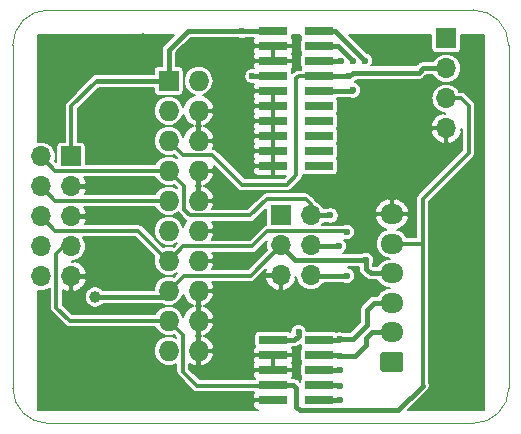
<source format=gbr>
G04 #@! TF.GenerationSoftware,KiCad,Pcbnew,5.1.4+dfsg1-1*
G04 #@! TF.CreationDate,2020-04-28T18:32:34+04:00*
G04 #@! TF.ProjectId,RailLink_Adapter,5261696c-4c69-46e6-9b5f-416461707465,rev?*
G04 #@! TF.SameCoordinates,Original*
G04 #@! TF.FileFunction,Copper,L1,Top*
G04 #@! TF.FilePolarity,Positive*
%FSLAX46Y46*%
G04 Gerber Fmt 4.6, Leading zero omitted, Abs format (unit mm)*
G04 Created by KiCad (PCBNEW 5.1.4+dfsg1-1) date 2020-04-28 18:32:34*
%MOMM*%
%LPD*%
G04 APERTURE LIST*
%ADD10C,0.050000*%
%ADD11O,1.700000X1.700000*%
%ADD12R,1.700000X1.700000*%
%ADD13O,1.950000X1.700000*%
%ADD14C,0.100000*%
%ADD15C,1.700000*%
%ADD16O,1.727200X1.727200*%
%ADD17R,1.727200X1.727200*%
%ADD18R,2.400000X0.740000*%
%ADD19C,0.600000*%
%ADD20C,1.000000*%
%ADD21C,0.200000*%
%ADD22C,0.400000*%
%ADD23C,0.300000*%
G04 APERTURE END LIST*
D10*
X110000000Y-58000000D02*
G75*
G02X113000000Y-55000000I3000000J0D01*
G01*
X113000000Y-90000000D02*
G75*
G02X110000000Y-87000000I0J3000000D01*
G01*
X152000000Y-87000000D02*
G75*
G02X149000000Y-90000000I-3000000J0D01*
G01*
X149000000Y-55000000D02*
G75*
G02X152000000Y-58000000I0J-3000000D01*
G01*
X110000000Y-87000000D02*
X110000000Y-58000000D01*
X149000000Y-90000000D02*
X113000000Y-90000000D01*
X152000000Y-58000000D02*
X152000000Y-87000000D01*
X113000000Y-55000000D02*
X149000000Y-55000000D01*
D11*
X112400000Y-77560000D03*
X114940000Y-77560000D03*
X112400000Y-75020000D03*
X114940000Y-75020000D03*
X112400000Y-72480000D03*
X114940000Y-72480000D03*
X112400000Y-69940000D03*
X114940000Y-69940000D03*
X112400000Y-67400000D03*
D12*
X114940000Y-67400000D03*
D11*
X135240000Y-77480000D03*
X132700000Y-77480000D03*
X135240000Y-74940000D03*
X132700000Y-74940000D03*
X135240000Y-72400000D03*
D12*
X132700000Y-72400000D03*
D13*
X142100000Y-72300000D03*
X142100000Y-74800000D03*
X142100000Y-77300000D03*
X142100000Y-79800000D03*
X142100000Y-82300000D03*
D14*
G36*
X142849504Y-83951204D02*
G01*
X142873773Y-83954804D01*
X142897571Y-83960765D01*
X142920671Y-83969030D01*
X142942849Y-83979520D01*
X142963893Y-83992133D01*
X142983598Y-84006747D01*
X143001777Y-84023223D01*
X143018253Y-84041402D01*
X143032867Y-84061107D01*
X143045480Y-84082151D01*
X143055970Y-84104329D01*
X143064235Y-84127429D01*
X143070196Y-84151227D01*
X143073796Y-84175496D01*
X143075000Y-84200000D01*
X143075000Y-85400000D01*
X143073796Y-85424504D01*
X143070196Y-85448773D01*
X143064235Y-85472571D01*
X143055970Y-85495671D01*
X143045480Y-85517849D01*
X143032867Y-85538893D01*
X143018253Y-85558598D01*
X143001777Y-85576777D01*
X142983598Y-85593253D01*
X142963893Y-85607867D01*
X142942849Y-85620480D01*
X142920671Y-85630970D01*
X142897571Y-85639235D01*
X142873773Y-85645196D01*
X142849504Y-85648796D01*
X142825000Y-85650000D01*
X141375000Y-85650000D01*
X141350496Y-85648796D01*
X141326227Y-85645196D01*
X141302429Y-85639235D01*
X141279329Y-85630970D01*
X141257151Y-85620480D01*
X141236107Y-85607867D01*
X141216402Y-85593253D01*
X141198223Y-85576777D01*
X141181747Y-85558598D01*
X141167133Y-85538893D01*
X141154520Y-85517849D01*
X141144030Y-85495671D01*
X141135765Y-85472571D01*
X141129804Y-85448773D01*
X141126204Y-85424504D01*
X141125000Y-85400000D01*
X141125000Y-84200000D01*
X141126204Y-84175496D01*
X141129804Y-84151227D01*
X141135765Y-84127429D01*
X141144030Y-84104329D01*
X141154520Y-84082151D01*
X141167133Y-84061107D01*
X141181747Y-84041402D01*
X141198223Y-84023223D01*
X141216402Y-84006747D01*
X141236107Y-83992133D01*
X141257151Y-83979520D01*
X141279329Y-83969030D01*
X141302429Y-83960765D01*
X141326227Y-83954804D01*
X141350496Y-83951204D01*
X141375000Y-83950000D01*
X142825000Y-83950000D01*
X142849504Y-83951204D01*
X142849504Y-83951204D01*
G37*
D15*
X142100000Y-84800000D03*
D11*
X146700000Y-65020000D03*
X146700000Y-62480000D03*
X146700000Y-59940000D03*
D12*
X146700000Y-57400000D03*
D16*
X125740000Y-83860000D03*
X123200000Y-83860000D03*
X125740000Y-81320000D03*
X123200000Y-81320000D03*
X125740000Y-78780000D03*
X123200000Y-78780000D03*
X125740000Y-76240000D03*
X123200000Y-76240000D03*
X125740000Y-73700000D03*
X123200000Y-73700000D03*
X125740000Y-71160000D03*
X123200000Y-71160000D03*
X125740000Y-68620000D03*
X123200000Y-68620000D03*
X125740000Y-66080000D03*
X123200000Y-66080000D03*
X125740000Y-63540000D03*
X123200000Y-63540000D03*
X125740000Y-61000000D03*
D17*
X123200000Y-61000000D03*
D18*
X135950000Y-68215000D03*
X132050000Y-68215000D03*
X135950000Y-66945000D03*
X132050000Y-66945000D03*
X135950000Y-65675000D03*
X132050000Y-65675000D03*
X135950000Y-64405000D03*
X132050000Y-64405000D03*
X135950000Y-63135000D03*
X132050000Y-63135000D03*
X135950000Y-61865000D03*
X132050000Y-61865000D03*
X135950000Y-60595000D03*
X132050000Y-60595000D03*
X135950000Y-59325000D03*
X132050000Y-59325000D03*
X135950000Y-58055000D03*
X132050000Y-58055000D03*
X135950000Y-56785000D03*
X132050000Y-56785000D03*
X135950000Y-88040000D03*
X132050000Y-88040000D03*
X135950000Y-86770000D03*
X132050000Y-86770000D03*
X135950000Y-85500000D03*
X132050000Y-85500000D03*
X135950000Y-84230000D03*
X132050000Y-84230000D03*
X135950000Y-82960000D03*
X132050000Y-82960000D03*
D19*
X137700000Y-88000000D03*
X138800000Y-61800000D03*
X139900000Y-76200000D03*
D20*
X117000000Y-79300000D03*
X113000000Y-88000000D03*
X126000000Y-88000000D03*
X130000000Y-88000000D03*
X142000000Y-66300000D03*
X142000000Y-61600000D03*
X142000000Y-59000000D03*
X129900000Y-68200000D03*
X129800000Y-65600000D03*
X129800000Y-63100000D03*
X125800000Y-57900000D03*
X129400000Y-76200000D03*
X129400000Y-73600000D03*
X129400000Y-71100000D03*
X129800000Y-84200000D03*
X145700000Y-83600000D03*
X147400000Y-70800000D03*
X147600000Y-81800000D03*
X134900000Y-80900000D03*
X117000000Y-70000000D03*
X117000000Y-72500000D03*
X117000000Y-77500000D03*
X113000000Y-82500000D03*
X117000000Y-67000000D03*
X117000000Y-63500000D03*
X113000000Y-58000000D03*
X121000000Y-77500000D03*
X121000000Y-88000000D03*
X121000000Y-82500000D03*
X121000000Y-72500000D03*
X121000000Y-70000000D03*
X121000000Y-63500000D03*
X121000000Y-57500000D03*
X121000000Y-80300000D03*
D19*
X137700000Y-86800000D03*
X138500000Y-60600000D03*
X130300000Y-60600000D03*
X137800000Y-59300000D03*
X137700000Y-85500000D03*
X138300000Y-77500000D03*
X138300000Y-73800000D03*
X137700000Y-84300000D03*
X137600000Y-75000000D03*
X138800000Y-59300000D03*
X137700000Y-82900000D03*
X136900000Y-72400000D03*
X139800000Y-59300000D03*
X129385000Y-56785000D03*
X134200000Y-82300000D03*
D21*
X137660000Y-88040000D02*
X137700000Y-88000000D01*
D22*
X135990000Y-88000000D02*
X135950000Y-88040000D01*
X137700000Y-88000000D02*
X135990000Y-88000000D01*
X132700000Y-74940000D02*
X132700000Y-75000000D01*
X138735000Y-61865000D02*
X135950000Y-61865000D01*
X138800000Y-61800000D02*
X138735000Y-61865000D01*
X142100000Y-77300000D02*
X140300000Y-77300000D01*
X139900000Y-76900000D02*
X139900000Y-76200000D01*
X140300000Y-77300000D02*
X139900000Y-76900000D01*
D23*
X123200000Y-78780000D02*
X124480000Y-77500000D01*
X124480000Y-77500000D02*
X130140000Y-77500000D01*
D22*
X133900000Y-76200000D02*
X139900000Y-76200000D01*
X132700000Y-75000000D02*
X133900000Y-76200000D01*
D23*
X130140000Y-77500000D02*
X132700000Y-74940000D01*
D22*
X122680000Y-79300000D02*
X123200000Y-78780000D01*
X117000000Y-79300000D02*
X122680000Y-79300000D01*
X137670000Y-86770000D02*
X137700000Y-86800000D01*
X135950000Y-86770000D02*
X137670000Y-86770000D01*
X138500000Y-60600000D02*
X135955000Y-60600000D01*
X135955000Y-60600000D02*
X135950000Y-60595000D01*
D21*
X137800000Y-60600000D02*
X137795000Y-60595000D01*
X138500000Y-60600000D02*
X137800000Y-60600000D01*
D23*
X135950000Y-60595000D02*
X134205000Y-60595000D01*
X134205000Y-60595000D02*
X134000000Y-60800000D01*
X134000000Y-60800000D02*
X134000000Y-69000000D01*
X134000000Y-69000000D02*
X133200000Y-69800000D01*
X133200000Y-69800000D02*
X129400000Y-69800000D01*
X129400000Y-69800000D02*
X126900000Y-67300000D01*
X124420000Y-67300000D02*
X123200000Y-66080000D01*
X126900000Y-67300000D02*
X124420000Y-67300000D01*
D22*
X144400000Y-60300000D02*
X144760000Y-59940000D01*
X144760000Y-59940000D02*
X146700000Y-59940000D01*
X138500000Y-60600000D02*
X138800000Y-60300000D01*
X138800000Y-60300000D02*
X144400000Y-60300000D01*
X130305000Y-60595000D02*
X130300000Y-60600000D01*
X132050000Y-60595000D02*
X130305000Y-60595000D01*
X132050000Y-86770000D02*
X133770000Y-86770000D01*
X133770000Y-86770000D02*
X134000000Y-87000000D01*
X134000000Y-87000000D02*
X134000000Y-88600000D01*
X134000000Y-88600000D02*
X134300000Y-88900000D01*
X134300000Y-88900000D02*
X142600000Y-88900000D01*
X142600000Y-88900000D02*
X144700000Y-86800000D01*
D23*
X144700000Y-71000000D02*
X148600000Y-67100000D01*
X148600000Y-67100000D02*
X148600000Y-63100000D01*
X147980000Y-62480000D02*
X146700000Y-62480000D01*
X148600000Y-63100000D02*
X147980000Y-62480000D01*
X142100000Y-74800000D02*
X144600000Y-74800000D01*
X144700000Y-86800000D02*
X144700000Y-74900000D01*
X144600000Y-74800000D02*
X144700000Y-74900000D01*
X144700000Y-74900000D02*
X144700000Y-71000000D01*
X124413601Y-85613601D02*
X125600000Y-86800000D01*
X123200000Y-81320000D02*
X124413601Y-82533601D01*
X124413601Y-82533601D02*
X124413601Y-85613601D01*
X132020000Y-86800000D02*
X132050000Y-86770000D01*
X125600000Y-86800000D02*
X132020000Y-86800000D01*
X114820000Y-81320000D02*
X123200000Y-81320000D01*
X113700000Y-80200000D02*
X114820000Y-81320000D01*
X114300000Y-75020000D02*
X113700000Y-75620000D01*
X113700000Y-75620000D02*
X113700000Y-80200000D01*
X123200000Y-76240000D02*
X123200000Y-76300000D01*
X123200000Y-76100000D02*
X123200000Y-76240000D01*
D22*
X137775000Y-59325000D02*
X137800000Y-59300000D01*
X135950000Y-59325000D02*
X137775000Y-59325000D01*
X135950000Y-85500000D02*
X137700000Y-85500000D01*
X135260000Y-77500000D02*
X135240000Y-77480000D01*
X138300000Y-77500000D02*
X135260000Y-77500000D01*
D23*
X123160000Y-76200000D02*
X123200000Y-76240000D01*
X123200000Y-76240000D02*
X124440000Y-75000000D01*
X124440000Y-75000000D02*
X130300000Y-75000000D01*
X130300000Y-75000000D02*
X131560001Y-73739999D01*
X131560001Y-73739999D02*
X138239999Y-73739999D01*
X138239999Y-73739999D02*
X138300000Y-73800000D01*
X123200000Y-76240000D02*
X123140000Y-76240000D01*
X123140000Y-76240000D02*
X120600000Y-73700000D01*
X113620000Y-73700000D02*
X112400000Y-72480000D01*
X120600000Y-73700000D02*
X113620000Y-73700000D01*
X123200000Y-71160000D02*
X123260000Y-71160000D01*
X142100000Y-82300000D02*
X141900000Y-82300000D01*
D22*
X137630000Y-84230000D02*
X137700000Y-84300000D01*
X135950000Y-84230000D02*
X137630000Y-84230000D01*
X137700000Y-84300000D02*
X139000000Y-84300000D01*
X139000000Y-84300000D02*
X139900000Y-83400000D01*
X139900000Y-83400000D02*
X139900000Y-82800000D01*
X140400000Y-82300000D02*
X142100000Y-82300000D01*
X139900000Y-82800000D02*
X140400000Y-82300000D01*
X135300000Y-75000000D02*
X135240000Y-74940000D01*
X137600000Y-75000000D02*
X135300000Y-75000000D01*
X137555000Y-58055000D02*
X135950000Y-58055000D01*
X138800000Y-59300000D02*
X137555000Y-58055000D01*
D23*
X113620000Y-71160000D02*
X112400000Y-69940000D01*
X123200000Y-71160000D02*
X113620000Y-71160000D01*
X123200000Y-68620000D02*
X123220000Y-68620000D01*
D22*
X137640000Y-82960000D02*
X137700000Y-82900000D01*
X135950000Y-82960000D02*
X137640000Y-82960000D01*
X137700000Y-82900000D02*
X138800000Y-82900000D01*
X138800000Y-82900000D02*
X140000000Y-81700000D01*
X140000000Y-81700000D02*
X140000000Y-80400000D01*
X140600000Y-79800000D02*
X142100000Y-79800000D01*
X140000000Y-80400000D02*
X140600000Y-79800000D01*
X136900000Y-72400000D02*
X135240000Y-72400000D01*
X137285000Y-56785000D02*
X135950000Y-56785000D01*
X139800000Y-59300000D02*
X137285000Y-56785000D01*
D23*
X123200000Y-68620000D02*
X124500000Y-69920000D01*
X124500000Y-69920000D02*
X124500000Y-71900000D01*
X124500000Y-71900000D02*
X125000000Y-72400000D01*
X123180000Y-68600000D02*
X123200000Y-68620000D01*
X125000000Y-72400000D02*
X130100000Y-72400000D01*
X130100000Y-72400000D02*
X131500000Y-71000000D01*
X131500000Y-71000000D02*
X134800000Y-71000000D01*
X135240000Y-71440000D02*
X135240000Y-72400000D01*
X134800000Y-71000000D02*
X135240000Y-71440000D01*
X113620000Y-68620000D02*
X112400000Y-67400000D01*
X123200000Y-68620000D02*
X113620000Y-68620000D01*
X132035000Y-56800000D02*
X132050000Y-56785000D01*
D22*
X123200000Y-58400000D02*
X123200000Y-61000000D01*
X124815000Y-56785000D02*
X123200000Y-58400000D01*
X129385000Y-56785000D02*
X124815000Y-56785000D01*
X132050000Y-56785000D02*
X129385000Y-56785000D01*
X133840000Y-82960000D02*
X132050000Y-82960000D01*
X134200000Y-82600000D02*
X133840000Y-82960000D01*
X134200000Y-82300000D02*
X134200000Y-82600000D01*
X123200000Y-61000000D02*
X117100000Y-61000000D01*
D23*
X114940000Y-63160000D02*
X114940000Y-67400000D01*
X117100000Y-61000000D02*
X114940000Y-63160000D01*
D21*
G36*
X113150001Y-80172982D02*
G01*
X113147340Y-80200000D01*
X113150001Y-80227018D01*
X113155454Y-80282379D01*
X113157959Y-80307818D01*
X113189409Y-80411494D01*
X113240479Y-80507042D01*
X113291987Y-80569804D01*
X113291993Y-80569810D01*
X113309211Y-80590790D01*
X113330191Y-80608008D01*
X114411992Y-81689810D01*
X114429210Y-81710790D01*
X114450190Y-81728008D01*
X114450195Y-81728013D01*
X114502097Y-81770607D01*
X114512958Y-81779521D01*
X114608506Y-81830592D01*
X114712181Y-81862042D01*
X114792982Y-81870000D01*
X114792991Y-81870000D01*
X114819999Y-81872660D01*
X114847007Y-81870000D01*
X122061200Y-81870000D01*
X122144271Y-82025415D01*
X122302177Y-82217823D01*
X122494585Y-82375729D01*
X122714101Y-82493063D01*
X122952291Y-82565317D01*
X123137923Y-82583600D01*
X123262077Y-82583600D01*
X123447709Y-82565317D01*
X123616344Y-82514162D01*
X123863601Y-82761419D01*
X123863601Y-82781921D01*
X123685899Y-82686937D01*
X123447709Y-82614683D01*
X123262077Y-82596400D01*
X123137923Y-82596400D01*
X122952291Y-82614683D01*
X122714101Y-82686937D01*
X122494585Y-82804271D01*
X122302177Y-82962177D01*
X122144271Y-83154585D01*
X122026937Y-83374101D01*
X121954683Y-83612291D01*
X121930286Y-83860000D01*
X121954683Y-84107709D01*
X122026937Y-84345899D01*
X122144271Y-84565415D01*
X122302177Y-84757823D01*
X122494585Y-84915729D01*
X122714101Y-85033063D01*
X122952291Y-85105317D01*
X123137923Y-85123600D01*
X123262077Y-85123600D01*
X123447709Y-85105317D01*
X123685899Y-85033063D01*
X123863602Y-84938079D01*
X123863602Y-85586583D01*
X123860941Y-85613601D01*
X123863602Y-85640619D01*
X123871560Y-85721420D01*
X123903010Y-85825095D01*
X123954080Y-85920643D01*
X124005588Y-85983405D01*
X124005594Y-85983411D01*
X124022812Y-86004391D01*
X124043792Y-86021609D01*
X125191987Y-87169804D01*
X125209210Y-87190790D01*
X125230196Y-87208013D01*
X125275392Y-87245105D01*
X125292958Y-87259521D01*
X125388506Y-87310592D01*
X125492181Y-87342042D01*
X125572982Y-87350000D01*
X125572989Y-87350000D01*
X125600000Y-87352660D01*
X125627011Y-87350000D01*
X130465796Y-87350000D01*
X130432254Y-87390871D01*
X130385825Y-87477733D01*
X130357235Y-87571983D01*
X130347581Y-87670000D01*
X130350000Y-87815000D01*
X130475000Y-87940000D01*
X131950000Y-87940000D01*
X131950000Y-87920000D01*
X132150000Y-87920000D01*
X132150000Y-87940000D01*
X132170000Y-87940000D01*
X132170000Y-88140000D01*
X132150000Y-88140000D01*
X132150000Y-88160000D01*
X131950000Y-88160000D01*
X131950000Y-88140000D01*
X130475000Y-88140000D01*
X130350000Y-88265000D01*
X130347581Y-88410000D01*
X130357235Y-88508017D01*
X130385825Y-88602267D01*
X130432254Y-88689129D01*
X130494736Y-88765264D01*
X130570871Y-88827746D01*
X130657733Y-88874175D01*
X130742868Y-88900000D01*
X112100000Y-88900000D01*
X112100000Y-78775242D01*
X112154957Y-78791913D01*
X112338595Y-78810000D01*
X112461405Y-78810000D01*
X112645043Y-78791913D01*
X112880669Y-78720437D01*
X113097823Y-78604366D01*
X113150001Y-78561545D01*
X113150001Y-80172982D01*
X113150001Y-80172982D01*
G37*
X113150001Y-80172982D02*
X113147340Y-80200000D01*
X113150001Y-80227018D01*
X113155454Y-80282379D01*
X113157959Y-80307818D01*
X113189409Y-80411494D01*
X113240479Y-80507042D01*
X113291987Y-80569804D01*
X113291993Y-80569810D01*
X113309211Y-80590790D01*
X113330191Y-80608008D01*
X114411992Y-81689810D01*
X114429210Y-81710790D01*
X114450190Y-81728008D01*
X114450195Y-81728013D01*
X114502097Y-81770607D01*
X114512958Y-81779521D01*
X114608506Y-81830592D01*
X114712181Y-81862042D01*
X114792982Y-81870000D01*
X114792991Y-81870000D01*
X114819999Y-81872660D01*
X114847007Y-81870000D01*
X122061200Y-81870000D01*
X122144271Y-82025415D01*
X122302177Y-82217823D01*
X122494585Y-82375729D01*
X122714101Y-82493063D01*
X122952291Y-82565317D01*
X123137923Y-82583600D01*
X123262077Y-82583600D01*
X123447709Y-82565317D01*
X123616344Y-82514162D01*
X123863601Y-82761419D01*
X123863601Y-82781921D01*
X123685899Y-82686937D01*
X123447709Y-82614683D01*
X123262077Y-82596400D01*
X123137923Y-82596400D01*
X122952291Y-82614683D01*
X122714101Y-82686937D01*
X122494585Y-82804271D01*
X122302177Y-82962177D01*
X122144271Y-83154585D01*
X122026937Y-83374101D01*
X121954683Y-83612291D01*
X121930286Y-83860000D01*
X121954683Y-84107709D01*
X122026937Y-84345899D01*
X122144271Y-84565415D01*
X122302177Y-84757823D01*
X122494585Y-84915729D01*
X122714101Y-85033063D01*
X122952291Y-85105317D01*
X123137923Y-85123600D01*
X123262077Y-85123600D01*
X123447709Y-85105317D01*
X123685899Y-85033063D01*
X123863602Y-84938079D01*
X123863602Y-85586583D01*
X123860941Y-85613601D01*
X123863602Y-85640619D01*
X123871560Y-85721420D01*
X123903010Y-85825095D01*
X123954080Y-85920643D01*
X124005588Y-85983405D01*
X124005594Y-85983411D01*
X124022812Y-86004391D01*
X124043792Y-86021609D01*
X125191987Y-87169804D01*
X125209210Y-87190790D01*
X125230196Y-87208013D01*
X125275392Y-87245105D01*
X125292958Y-87259521D01*
X125388506Y-87310592D01*
X125492181Y-87342042D01*
X125572982Y-87350000D01*
X125572989Y-87350000D01*
X125600000Y-87352660D01*
X125627011Y-87350000D01*
X130465796Y-87350000D01*
X130432254Y-87390871D01*
X130385825Y-87477733D01*
X130357235Y-87571983D01*
X130347581Y-87670000D01*
X130350000Y-87815000D01*
X130475000Y-87940000D01*
X131950000Y-87940000D01*
X131950000Y-87920000D01*
X132150000Y-87920000D01*
X132150000Y-87940000D01*
X132170000Y-87940000D01*
X132170000Y-88140000D01*
X132150000Y-88140000D01*
X132150000Y-88160000D01*
X131950000Y-88160000D01*
X131950000Y-88140000D01*
X130475000Y-88140000D01*
X130350000Y-88265000D01*
X130347581Y-88410000D01*
X130357235Y-88508017D01*
X130385825Y-88602267D01*
X130432254Y-88689129D01*
X130494736Y-88765264D01*
X130570871Y-88827746D01*
X130657733Y-88874175D01*
X130742868Y-88900000D01*
X112100000Y-88900000D01*
X112100000Y-78775242D01*
X112154957Y-78791913D01*
X112338595Y-78810000D01*
X112461405Y-78810000D01*
X112645043Y-78791913D01*
X112880669Y-78720437D01*
X113097823Y-78604366D01*
X113150001Y-78561545D01*
X113150001Y-80172982D01*
G36*
X145448065Y-58250000D02*
G01*
X145455788Y-58328414D01*
X145478660Y-58403814D01*
X145515803Y-58473303D01*
X145565789Y-58534211D01*
X145626697Y-58584197D01*
X145696186Y-58621340D01*
X145771586Y-58644212D01*
X145850000Y-58651935D01*
X147550000Y-58651935D01*
X147628414Y-58644212D01*
X147703814Y-58621340D01*
X147773303Y-58584197D01*
X147834211Y-58534211D01*
X147884197Y-58473303D01*
X147921340Y-58403814D01*
X147944212Y-58328414D01*
X147951935Y-58250000D01*
X147951935Y-57100000D01*
X149900000Y-57100000D01*
X149900000Y-88900000D01*
X143448527Y-88900000D01*
X145145104Y-87203424D01*
X145201295Y-87134955D01*
X145257009Y-87030722D01*
X145291318Y-86917622D01*
X145302902Y-86800001D01*
X145291318Y-86682380D01*
X145257009Y-86569280D01*
X145250000Y-86556167D01*
X145250000Y-74927007D01*
X145252660Y-74899999D01*
X145250000Y-74872991D01*
X145250000Y-71227817D01*
X148969810Y-67508008D01*
X148990790Y-67490790D01*
X149008008Y-67469810D01*
X149008013Y-67469805D01*
X149059521Y-67407042D01*
X149086589Y-67356400D01*
X149110592Y-67311494D01*
X149142042Y-67207819D01*
X149150000Y-67127018D01*
X149150000Y-67127008D01*
X149152660Y-67100000D01*
X149150000Y-67072992D01*
X149150000Y-63127007D01*
X149152660Y-63099999D01*
X149150000Y-63072991D01*
X149150000Y-63072982D01*
X149142042Y-62992181D01*
X149110592Y-62888506D01*
X149059521Y-62792958D01*
X149050607Y-62782097D01*
X149008013Y-62730195D01*
X149008008Y-62730190D01*
X148990790Y-62709210D01*
X148969809Y-62691992D01*
X148388013Y-62110195D01*
X148370790Y-62089210D01*
X148287042Y-62020479D01*
X148191494Y-61969408D01*
X148087819Y-61937958D01*
X148007018Y-61930000D01*
X148007008Y-61930000D01*
X147980000Y-61927340D01*
X147952992Y-61930000D01*
X147823379Y-61930000D01*
X147744366Y-61782177D01*
X147588160Y-61591840D01*
X147397823Y-61435634D01*
X147180669Y-61319563D01*
X146945043Y-61248087D01*
X146761405Y-61230000D01*
X146638595Y-61230000D01*
X146454957Y-61248087D01*
X146219331Y-61319563D01*
X146002177Y-61435634D01*
X145811840Y-61591840D01*
X145655634Y-61782177D01*
X145539563Y-61999331D01*
X145468087Y-62234957D01*
X145443952Y-62480000D01*
X145468087Y-62725043D01*
X145539563Y-62960669D01*
X145655634Y-63177823D01*
X145811840Y-63368160D01*
X146002177Y-63524366D01*
X146219331Y-63640437D01*
X146454957Y-63711913D01*
X146599998Y-63726198D01*
X146599998Y-63798704D01*
X146390624Y-63705924D01*
X146140205Y-63791530D01*
X145911299Y-63924345D01*
X145712702Y-64099266D01*
X145552046Y-64309570D01*
X145435506Y-64547175D01*
X145385928Y-64710625D01*
X145479088Y-64920000D01*
X146600000Y-64920000D01*
X146600000Y-64900000D01*
X146800000Y-64900000D01*
X146800000Y-64920000D01*
X146820000Y-64920000D01*
X146820000Y-65120000D01*
X146800000Y-65120000D01*
X146800000Y-66241295D01*
X147009376Y-66334076D01*
X147259795Y-66248470D01*
X147488701Y-66115655D01*
X147687298Y-65940734D01*
X147847954Y-65730430D01*
X147964494Y-65492825D01*
X148014072Y-65329375D01*
X147920913Y-65120002D01*
X148050000Y-65120002D01*
X148050000Y-66872182D01*
X144330191Y-70591992D01*
X144309211Y-70609210D01*
X144291993Y-70630190D01*
X144291987Y-70630196D01*
X144240479Y-70692958D01*
X144199723Y-70769210D01*
X144189409Y-70788506D01*
X144169858Y-70852958D01*
X144157959Y-70892182D01*
X144147340Y-71000000D01*
X144150001Y-71027018D01*
X144150000Y-74250000D01*
X143348379Y-74250000D01*
X143269366Y-74102177D01*
X143113160Y-73911840D01*
X142922823Y-73755634D01*
X142705669Y-73639563D01*
X142572913Y-73599292D01*
X142669123Y-73576079D01*
X142909540Y-73464915D01*
X143123650Y-73308984D01*
X143303226Y-73114279D01*
X143441366Y-72888281D01*
X143532762Y-72639676D01*
X143539072Y-72609375D01*
X143445912Y-72400000D01*
X142200000Y-72400000D01*
X142200000Y-72420000D01*
X142000000Y-72420000D01*
X142000000Y-72400000D01*
X140754088Y-72400000D01*
X140660928Y-72609375D01*
X140667238Y-72639676D01*
X140758634Y-72888281D01*
X140896774Y-73114279D01*
X141076350Y-73308984D01*
X141290460Y-73464915D01*
X141530877Y-73576079D01*
X141627087Y-73599292D01*
X141494331Y-73639563D01*
X141277177Y-73755634D01*
X141086840Y-73911840D01*
X140930634Y-74102177D01*
X140814563Y-74319331D01*
X140743087Y-74554957D01*
X140718952Y-74800000D01*
X140743087Y-75045043D01*
X140814563Y-75280669D01*
X140930634Y-75497823D01*
X141086840Y-75688160D01*
X141277177Y-75844366D01*
X141494331Y-75960437D01*
X141729957Y-76031913D01*
X141913595Y-76050000D01*
X141729957Y-76068087D01*
X141494331Y-76139563D01*
X141277177Y-76255634D01*
X141086840Y-76411840D01*
X140930634Y-76602177D01*
X140878347Y-76700000D01*
X140548528Y-76700000D01*
X140500000Y-76651473D01*
X140500000Y-76562003D01*
X140520332Y-76531574D01*
X140573099Y-76404182D01*
X140600000Y-76268944D01*
X140600000Y-76131056D01*
X140573099Y-75995818D01*
X140520332Y-75868426D01*
X140443726Y-75753776D01*
X140346224Y-75656274D01*
X140231574Y-75579668D01*
X140104182Y-75526901D01*
X139968944Y-75500000D01*
X139831056Y-75500000D01*
X139695818Y-75526901D01*
X139568426Y-75579668D01*
X139537997Y-75600000D01*
X137962003Y-75600000D01*
X138046224Y-75543726D01*
X138143726Y-75446224D01*
X138220332Y-75331574D01*
X138273099Y-75204182D01*
X138300000Y-75068944D01*
X138300000Y-74931056D01*
X138273099Y-74795818D01*
X138220332Y-74668426D01*
X138143726Y-74553776D01*
X138046224Y-74456274D01*
X138031587Y-74446494D01*
X138095818Y-74473099D01*
X138231056Y-74500000D01*
X138368944Y-74500000D01*
X138504182Y-74473099D01*
X138631574Y-74420332D01*
X138746224Y-74343726D01*
X138843726Y-74246224D01*
X138920332Y-74131574D01*
X138973099Y-74004182D01*
X139000000Y-73868944D01*
X139000000Y-73731056D01*
X138973099Y-73595818D01*
X138920332Y-73468426D01*
X138843726Y-73353776D01*
X138746224Y-73256274D01*
X138631574Y-73179668D01*
X138504182Y-73126901D01*
X138368944Y-73100000D01*
X138231056Y-73100000D01*
X138095818Y-73126901D01*
X137968426Y-73179668D01*
X137952964Y-73189999D01*
X136208719Y-73189999D01*
X136284366Y-73097823D01*
X136336653Y-73000000D01*
X136537997Y-73000000D01*
X136568426Y-73020332D01*
X136695818Y-73073099D01*
X136831056Y-73100000D01*
X136968944Y-73100000D01*
X137104182Y-73073099D01*
X137231574Y-73020332D01*
X137346224Y-72943726D01*
X137443726Y-72846224D01*
X137520332Y-72731574D01*
X137573099Y-72604182D01*
X137600000Y-72468944D01*
X137600000Y-72331056D01*
X137573099Y-72195818D01*
X137520332Y-72068426D01*
X137468348Y-71990625D01*
X140660928Y-71990625D01*
X140754088Y-72200000D01*
X142000000Y-72200000D01*
X142000000Y-71074075D01*
X142200000Y-71074075D01*
X142200000Y-72200000D01*
X143445912Y-72200000D01*
X143539072Y-71990625D01*
X143532762Y-71960324D01*
X143441366Y-71711719D01*
X143303226Y-71485721D01*
X143123650Y-71291016D01*
X142909540Y-71135085D01*
X142669123Y-71023921D01*
X142411639Y-70961796D01*
X142200000Y-71074075D01*
X142000000Y-71074075D01*
X141788361Y-70961796D01*
X141530877Y-71023921D01*
X141290460Y-71135085D01*
X141076350Y-71291016D01*
X140896774Y-71485721D01*
X140758634Y-71711719D01*
X140667238Y-71960324D01*
X140660928Y-71990625D01*
X137468348Y-71990625D01*
X137443726Y-71953776D01*
X137346224Y-71856274D01*
X137231574Y-71779668D01*
X137104182Y-71726901D01*
X136968944Y-71700000D01*
X136831056Y-71700000D01*
X136695818Y-71726901D01*
X136568426Y-71779668D01*
X136537997Y-71800000D01*
X136336653Y-71800000D01*
X136284366Y-71702177D01*
X136128160Y-71511840D01*
X135937823Y-71355634D01*
X135760386Y-71260792D01*
X135750592Y-71228506D01*
X135720343Y-71171913D01*
X135699521Y-71132957D01*
X135648013Y-71070195D01*
X135648008Y-71070190D01*
X135630790Y-71049210D01*
X135609809Y-71031991D01*
X135208012Y-70630195D01*
X135190790Y-70609210D01*
X135107042Y-70540479D01*
X135011494Y-70489408D01*
X134907819Y-70457958D01*
X134827018Y-70450000D01*
X134827008Y-70450000D01*
X134800000Y-70447340D01*
X134772992Y-70450000D01*
X131527008Y-70450000D01*
X131500000Y-70447340D01*
X131472992Y-70450000D01*
X131472982Y-70450000D01*
X131392181Y-70457958D01*
X131288506Y-70489408D01*
X131244028Y-70513182D01*
X131192957Y-70540479D01*
X131130195Y-70591987D01*
X131130190Y-70591992D01*
X131109210Y-70609210D01*
X131091992Y-70630190D01*
X129872183Y-71850000D01*
X126912966Y-71850000D01*
X127016880Y-71638534D01*
X127067542Y-71471508D01*
X126974557Y-71260000D01*
X125840000Y-71260000D01*
X125840000Y-71280000D01*
X125640000Y-71280000D01*
X125640000Y-71260000D01*
X125620000Y-71260000D01*
X125620000Y-71060000D01*
X125640000Y-71060000D01*
X125640000Y-69925068D01*
X125559913Y-69890000D01*
X125640000Y-69854932D01*
X125640000Y-68720000D01*
X125840000Y-68720000D01*
X125840000Y-69854932D01*
X125920087Y-69890000D01*
X125840000Y-69925068D01*
X125840000Y-71060000D01*
X126974557Y-71060000D01*
X127067542Y-70848492D01*
X127016880Y-70681466D01*
X126898988Y-70441554D01*
X126736556Y-70229251D01*
X126535827Y-70052717D01*
X126304515Y-69918735D01*
X126220254Y-69890000D01*
X126304515Y-69861265D01*
X126535827Y-69727283D01*
X126736556Y-69550749D01*
X126898988Y-69338446D01*
X127016880Y-69098534D01*
X127067542Y-68931508D01*
X126974557Y-68720000D01*
X125840000Y-68720000D01*
X125640000Y-68720000D01*
X125620000Y-68720000D01*
X125620000Y-68520000D01*
X125640000Y-68520000D01*
X125640000Y-68500000D01*
X125840000Y-68500000D01*
X125840000Y-68520000D01*
X126974557Y-68520000D01*
X127067542Y-68308492D01*
X127040056Y-68217873D01*
X128991992Y-70169810D01*
X129009210Y-70190790D01*
X129030190Y-70208008D01*
X129030195Y-70208013D01*
X129056074Y-70229251D01*
X129092958Y-70259521D01*
X129188506Y-70310592D01*
X129292181Y-70342042D01*
X129372982Y-70350000D01*
X129372992Y-70350000D01*
X129400000Y-70352660D01*
X129427008Y-70350000D01*
X133172992Y-70350000D01*
X133200000Y-70352660D01*
X133227008Y-70350000D01*
X133227018Y-70350000D01*
X133307819Y-70342042D01*
X133411494Y-70310592D01*
X133507042Y-70259521D01*
X133590790Y-70190790D01*
X133608013Y-70169804D01*
X134369810Y-69408008D01*
X134390790Y-69390790D01*
X134408008Y-69369810D01*
X134408013Y-69369805D01*
X134459521Y-69307042D01*
X134510592Y-69211495D01*
X134542042Y-69107819D01*
X134547555Y-69051840D01*
X134550000Y-69027018D01*
X134550000Y-69027011D01*
X134552660Y-69000000D01*
X134550000Y-68972989D01*
X134550000Y-68931653D01*
X134596186Y-68956340D01*
X134671586Y-68979212D01*
X134750000Y-68986935D01*
X137150000Y-68986935D01*
X137228414Y-68979212D01*
X137303814Y-68956340D01*
X137373303Y-68919197D01*
X137434211Y-68869211D01*
X137484197Y-68808303D01*
X137521340Y-68738814D01*
X137544212Y-68663414D01*
X137551935Y-68585000D01*
X137551935Y-67845000D01*
X137544212Y-67766586D01*
X137521340Y-67691186D01*
X137484197Y-67621697D01*
X137449977Y-67580000D01*
X137484197Y-67538303D01*
X137521340Y-67468814D01*
X137544212Y-67393414D01*
X137551935Y-67315000D01*
X137551935Y-66575000D01*
X137544212Y-66496586D01*
X137521340Y-66421186D01*
X137484197Y-66351697D01*
X137449977Y-66310000D01*
X137484197Y-66268303D01*
X137521340Y-66198814D01*
X137544212Y-66123414D01*
X137551935Y-66045000D01*
X137551935Y-65329375D01*
X145385928Y-65329375D01*
X145435506Y-65492825D01*
X145552046Y-65730430D01*
X145712702Y-65940734D01*
X145911299Y-66115655D01*
X146140205Y-66248470D01*
X146390624Y-66334076D01*
X146600000Y-66241295D01*
X146600000Y-65120000D01*
X145479088Y-65120000D01*
X145385928Y-65329375D01*
X137551935Y-65329375D01*
X137551935Y-65305000D01*
X137544212Y-65226586D01*
X137521340Y-65151186D01*
X137484197Y-65081697D01*
X137449977Y-65040000D01*
X137484197Y-64998303D01*
X137521340Y-64928814D01*
X137544212Y-64853414D01*
X137551935Y-64775000D01*
X137551935Y-64035000D01*
X137544212Y-63956586D01*
X137521340Y-63881186D01*
X137484197Y-63811697D01*
X137449977Y-63770000D01*
X137484197Y-63728303D01*
X137521340Y-63658814D01*
X137544212Y-63583414D01*
X137551935Y-63505000D01*
X137551935Y-62765000D01*
X137544212Y-62686586D01*
X137521340Y-62611186D01*
X137484197Y-62541697D01*
X137449977Y-62500000D01*
X137478701Y-62465000D01*
X138576265Y-62465000D01*
X138595818Y-62473099D01*
X138731056Y-62500000D01*
X138868944Y-62500000D01*
X139004182Y-62473099D01*
X139131574Y-62420332D01*
X139246224Y-62343726D01*
X139343726Y-62246224D01*
X139420332Y-62131574D01*
X139473099Y-62004182D01*
X139500000Y-61868944D01*
X139500000Y-61731056D01*
X139473099Y-61595818D01*
X139420332Y-61468426D01*
X139343726Y-61353776D01*
X139246224Y-61256274D01*
X139131574Y-61179668D01*
X139004182Y-61126901D01*
X138969874Y-61120076D01*
X139043726Y-61046224D01*
X139120332Y-60931574D01*
X139133410Y-60900000D01*
X144370526Y-60900000D01*
X144400000Y-60902903D01*
X144429474Y-60900000D01*
X144517621Y-60891318D01*
X144630721Y-60857010D01*
X144734955Y-60801296D01*
X144826317Y-60726317D01*
X144845113Y-60703414D01*
X145008527Y-60540000D01*
X145603347Y-60540000D01*
X145655634Y-60637823D01*
X145811840Y-60828160D01*
X146002177Y-60984366D01*
X146219331Y-61100437D01*
X146454957Y-61171913D01*
X146638595Y-61190000D01*
X146761405Y-61190000D01*
X146945043Y-61171913D01*
X147180669Y-61100437D01*
X147397823Y-60984366D01*
X147588160Y-60828160D01*
X147744366Y-60637823D01*
X147860437Y-60420669D01*
X147931913Y-60185043D01*
X147956048Y-59940000D01*
X147931913Y-59694957D01*
X147860437Y-59459331D01*
X147744366Y-59242177D01*
X147588160Y-59051840D01*
X147397823Y-58895634D01*
X147180669Y-58779563D01*
X146945043Y-58708087D01*
X146761405Y-58690000D01*
X146638595Y-58690000D01*
X146454957Y-58708087D01*
X146219331Y-58779563D01*
X146002177Y-58895634D01*
X145811840Y-59051840D01*
X145655634Y-59242177D01*
X145603347Y-59340000D01*
X144789474Y-59340000D01*
X144760000Y-59337097D01*
X144642379Y-59348682D01*
X144529278Y-59382990D01*
X144492971Y-59402397D01*
X144425045Y-59438704D01*
X144333683Y-59513683D01*
X144314887Y-59536586D01*
X144151473Y-59700000D01*
X140374612Y-59700000D01*
X140420332Y-59631574D01*
X140473099Y-59504182D01*
X140500000Y-59368944D01*
X140500000Y-59231056D01*
X140473099Y-59095818D01*
X140420332Y-58968426D01*
X140343726Y-58853776D01*
X140246224Y-58756274D01*
X140131574Y-58679668D01*
X140004182Y-58626901D01*
X139968289Y-58619761D01*
X138448527Y-57100000D01*
X145448065Y-57100000D01*
X145448065Y-58250000D01*
X145448065Y-58250000D01*
G37*
X145448065Y-58250000D02*
X145455788Y-58328414D01*
X145478660Y-58403814D01*
X145515803Y-58473303D01*
X145565789Y-58534211D01*
X145626697Y-58584197D01*
X145696186Y-58621340D01*
X145771586Y-58644212D01*
X145850000Y-58651935D01*
X147550000Y-58651935D01*
X147628414Y-58644212D01*
X147703814Y-58621340D01*
X147773303Y-58584197D01*
X147834211Y-58534211D01*
X147884197Y-58473303D01*
X147921340Y-58403814D01*
X147944212Y-58328414D01*
X147951935Y-58250000D01*
X147951935Y-57100000D01*
X149900000Y-57100000D01*
X149900000Y-88900000D01*
X143448527Y-88900000D01*
X145145104Y-87203424D01*
X145201295Y-87134955D01*
X145257009Y-87030722D01*
X145291318Y-86917622D01*
X145302902Y-86800001D01*
X145291318Y-86682380D01*
X145257009Y-86569280D01*
X145250000Y-86556167D01*
X145250000Y-74927007D01*
X145252660Y-74899999D01*
X145250000Y-74872991D01*
X145250000Y-71227817D01*
X148969810Y-67508008D01*
X148990790Y-67490790D01*
X149008008Y-67469810D01*
X149008013Y-67469805D01*
X149059521Y-67407042D01*
X149086589Y-67356400D01*
X149110592Y-67311494D01*
X149142042Y-67207819D01*
X149150000Y-67127018D01*
X149150000Y-67127008D01*
X149152660Y-67100000D01*
X149150000Y-67072992D01*
X149150000Y-63127007D01*
X149152660Y-63099999D01*
X149150000Y-63072991D01*
X149150000Y-63072982D01*
X149142042Y-62992181D01*
X149110592Y-62888506D01*
X149059521Y-62792958D01*
X149050607Y-62782097D01*
X149008013Y-62730195D01*
X149008008Y-62730190D01*
X148990790Y-62709210D01*
X148969809Y-62691992D01*
X148388013Y-62110195D01*
X148370790Y-62089210D01*
X148287042Y-62020479D01*
X148191494Y-61969408D01*
X148087819Y-61937958D01*
X148007018Y-61930000D01*
X148007008Y-61930000D01*
X147980000Y-61927340D01*
X147952992Y-61930000D01*
X147823379Y-61930000D01*
X147744366Y-61782177D01*
X147588160Y-61591840D01*
X147397823Y-61435634D01*
X147180669Y-61319563D01*
X146945043Y-61248087D01*
X146761405Y-61230000D01*
X146638595Y-61230000D01*
X146454957Y-61248087D01*
X146219331Y-61319563D01*
X146002177Y-61435634D01*
X145811840Y-61591840D01*
X145655634Y-61782177D01*
X145539563Y-61999331D01*
X145468087Y-62234957D01*
X145443952Y-62480000D01*
X145468087Y-62725043D01*
X145539563Y-62960669D01*
X145655634Y-63177823D01*
X145811840Y-63368160D01*
X146002177Y-63524366D01*
X146219331Y-63640437D01*
X146454957Y-63711913D01*
X146599998Y-63726198D01*
X146599998Y-63798704D01*
X146390624Y-63705924D01*
X146140205Y-63791530D01*
X145911299Y-63924345D01*
X145712702Y-64099266D01*
X145552046Y-64309570D01*
X145435506Y-64547175D01*
X145385928Y-64710625D01*
X145479088Y-64920000D01*
X146600000Y-64920000D01*
X146600000Y-64900000D01*
X146800000Y-64900000D01*
X146800000Y-64920000D01*
X146820000Y-64920000D01*
X146820000Y-65120000D01*
X146800000Y-65120000D01*
X146800000Y-66241295D01*
X147009376Y-66334076D01*
X147259795Y-66248470D01*
X147488701Y-66115655D01*
X147687298Y-65940734D01*
X147847954Y-65730430D01*
X147964494Y-65492825D01*
X148014072Y-65329375D01*
X147920913Y-65120002D01*
X148050000Y-65120002D01*
X148050000Y-66872182D01*
X144330191Y-70591992D01*
X144309211Y-70609210D01*
X144291993Y-70630190D01*
X144291987Y-70630196D01*
X144240479Y-70692958D01*
X144199723Y-70769210D01*
X144189409Y-70788506D01*
X144169858Y-70852958D01*
X144157959Y-70892182D01*
X144147340Y-71000000D01*
X144150001Y-71027018D01*
X144150000Y-74250000D01*
X143348379Y-74250000D01*
X143269366Y-74102177D01*
X143113160Y-73911840D01*
X142922823Y-73755634D01*
X142705669Y-73639563D01*
X142572913Y-73599292D01*
X142669123Y-73576079D01*
X142909540Y-73464915D01*
X143123650Y-73308984D01*
X143303226Y-73114279D01*
X143441366Y-72888281D01*
X143532762Y-72639676D01*
X143539072Y-72609375D01*
X143445912Y-72400000D01*
X142200000Y-72400000D01*
X142200000Y-72420000D01*
X142000000Y-72420000D01*
X142000000Y-72400000D01*
X140754088Y-72400000D01*
X140660928Y-72609375D01*
X140667238Y-72639676D01*
X140758634Y-72888281D01*
X140896774Y-73114279D01*
X141076350Y-73308984D01*
X141290460Y-73464915D01*
X141530877Y-73576079D01*
X141627087Y-73599292D01*
X141494331Y-73639563D01*
X141277177Y-73755634D01*
X141086840Y-73911840D01*
X140930634Y-74102177D01*
X140814563Y-74319331D01*
X140743087Y-74554957D01*
X140718952Y-74800000D01*
X140743087Y-75045043D01*
X140814563Y-75280669D01*
X140930634Y-75497823D01*
X141086840Y-75688160D01*
X141277177Y-75844366D01*
X141494331Y-75960437D01*
X141729957Y-76031913D01*
X141913595Y-76050000D01*
X141729957Y-76068087D01*
X141494331Y-76139563D01*
X141277177Y-76255634D01*
X141086840Y-76411840D01*
X140930634Y-76602177D01*
X140878347Y-76700000D01*
X140548528Y-76700000D01*
X140500000Y-76651473D01*
X140500000Y-76562003D01*
X140520332Y-76531574D01*
X140573099Y-76404182D01*
X140600000Y-76268944D01*
X140600000Y-76131056D01*
X140573099Y-75995818D01*
X140520332Y-75868426D01*
X140443726Y-75753776D01*
X140346224Y-75656274D01*
X140231574Y-75579668D01*
X140104182Y-75526901D01*
X139968944Y-75500000D01*
X139831056Y-75500000D01*
X139695818Y-75526901D01*
X139568426Y-75579668D01*
X139537997Y-75600000D01*
X137962003Y-75600000D01*
X138046224Y-75543726D01*
X138143726Y-75446224D01*
X138220332Y-75331574D01*
X138273099Y-75204182D01*
X138300000Y-75068944D01*
X138300000Y-74931056D01*
X138273099Y-74795818D01*
X138220332Y-74668426D01*
X138143726Y-74553776D01*
X138046224Y-74456274D01*
X138031587Y-74446494D01*
X138095818Y-74473099D01*
X138231056Y-74500000D01*
X138368944Y-74500000D01*
X138504182Y-74473099D01*
X138631574Y-74420332D01*
X138746224Y-74343726D01*
X138843726Y-74246224D01*
X138920332Y-74131574D01*
X138973099Y-74004182D01*
X139000000Y-73868944D01*
X139000000Y-73731056D01*
X138973099Y-73595818D01*
X138920332Y-73468426D01*
X138843726Y-73353776D01*
X138746224Y-73256274D01*
X138631574Y-73179668D01*
X138504182Y-73126901D01*
X138368944Y-73100000D01*
X138231056Y-73100000D01*
X138095818Y-73126901D01*
X137968426Y-73179668D01*
X137952964Y-73189999D01*
X136208719Y-73189999D01*
X136284366Y-73097823D01*
X136336653Y-73000000D01*
X136537997Y-73000000D01*
X136568426Y-73020332D01*
X136695818Y-73073099D01*
X136831056Y-73100000D01*
X136968944Y-73100000D01*
X137104182Y-73073099D01*
X137231574Y-73020332D01*
X137346224Y-72943726D01*
X137443726Y-72846224D01*
X137520332Y-72731574D01*
X137573099Y-72604182D01*
X137600000Y-72468944D01*
X137600000Y-72331056D01*
X137573099Y-72195818D01*
X137520332Y-72068426D01*
X137468348Y-71990625D01*
X140660928Y-71990625D01*
X140754088Y-72200000D01*
X142000000Y-72200000D01*
X142000000Y-71074075D01*
X142200000Y-71074075D01*
X142200000Y-72200000D01*
X143445912Y-72200000D01*
X143539072Y-71990625D01*
X143532762Y-71960324D01*
X143441366Y-71711719D01*
X143303226Y-71485721D01*
X143123650Y-71291016D01*
X142909540Y-71135085D01*
X142669123Y-71023921D01*
X142411639Y-70961796D01*
X142200000Y-71074075D01*
X142000000Y-71074075D01*
X141788361Y-70961796D01*
X141530877Y-71023921D01*
X141290460Y-71135085D01*
X141076350Y-71291016D01*
X140896774Y-71485721D01*
X140758634Y-71711719D01*
X140667238Y-71960324D01*
X140660928Y-71990625D01*
X137468348Y-71990625D01*
X137443726Y-71953776D01*
X137346224Y-71856274D01*
X137231574Y-71779668D01*
X137104182Y-71726901D01*
X136968944Y-71700000D01*
X136831056Y-71700000D01*
X136695818Y-71726901D01*
X136568426Y-71779668D01*
X136537997Y-71800000D01*
X136336653Y-71800000D01*
X136284366Y-71702177D01*
X136128160Y-71511840D01*
X135937823Y-71355634D01*
X135760386Y-71260792D01*
X135750592Y-71228506D01*
X135720343Y-71171913D01*
X135699521Y-71132957D01*
X135648013Y-71070195D01*
X135648008Y-71070190D01*
X135630790Y-71049210D01*
X135609809Y-71031991D01*
X135208012Y-70630195D01*
X135190790Y-70609210D01*
X135107042Y-70540479D01*
X135011494Y-70489408D01*
X134907819Y-70457958D01*
X134827018Y-70450000D01*
X134827008Y-70450000D01*
X134800000Y-70447340D01*
X134772992Y-70450000D01*
X131527008Y-70450000D01*
X131500000Y-70447340D01*
X131472992Y-70450000D01*
X131472982Y-70450000D01*
X131392181Y-70457958D01*
X131288506Y-70489408D01*
X131244028Y-70513182D01*
X131192957Y-70540479D01*
X131130195Y-70591987D01*
X131130190Y-70591992D01*
X131109210Y-70609210D01*
X131091992Y-70630190D01*
X129872183Y-71850000D01*
X126912966Y-71850000D01*
X127016880Y-71638534D01*
X127067542Y-71471508D01*
X126974557Y-71260000D01*
X125840000Y-71260000D01*
X125840000Y-71280000D01*
X125640000Y-71280000D01*
X125640000Y-71260000D01*
X125620000Y-71260000D01*
X125620000Y-71060000D01*
X125640000Y-71060000D01*
X125640000Y-69925068D01*
X125559913Y-69890000D01*
X125640000Y-69854932D01*
X125640000Y-68720000D01*
X125840000Y-68720000D01*
X125840000Y-69854932D01*
X125920087Y-69890000D01*
X125840000Y-69925068D01*
X125840000Y-71060000D01*
X126974557Y-71060000D01*
X127067542Y-70848492D01*
X127016880Y-70681466D01*
X126898988Y-70441554D01*
X126736556Y-70229251D01*
X126535827Y-70052717D01*
X126304515Y-69918735D01*
X126220254Y-69890000D01*
X126304515Y-69861265D01*
X126535827Y-69727283D01*
X126736556Y-69550749D01*
X126898988Y-69338446D01*
X127016880Y-69098534D01*
X127067542Y-68931508D01*
X126974557Y-68720000D01*
X125840000Y-68720000D01*
X125640000Y-68720000D01*
X125620000Y-68720000D01*
X125620000Y-68520000D01*
X125640000Y-68520000D01*
X125640000Y-68500000D01*
X125840000Y-68500000D01*
X125840000Y-68520000D01*
X126974557Y-68520000D01*
X127067542Y-68308492D01*
X127040056Y-68217873D01*
X128991992Y-70169810D01*
X129009210Y-70190790D01*
X129030190Y-70208008D01*
X129030195Y-70208013D01*
X129056074Y-70229251D01*
X129092958Y-70259521D01*
X129188506Y-70310592D01*
X129292181Y-70342042D01*
X129372982Y-70350000D01*
X129372992Y-70350000D01*
X129400000Y-70352660D01*
X129427008Y-70350000D01*
X133172992Y-70350000D01*
X133200000Y-70352660D01*
X133227008Y-70350000D01*
X133227018Y-70350000D01*
X133307819Y-70342042D01*
X133411494Y-70310592D01*
X133507042Y-70259521D01*
X133590790Y-70190790D01*
X133608013Y-70169804D01*
X134369810Y-69408008D01*
X134390790Y-69390790D01*
X134408008Y-69369810D01*
X134408013Y-69369805D01*
X134459521Y-69307042D01*
X134510592Y-69211495D01*
X134542042Y-69107819D01*
X134547555Y-69051840D01*
X134550000Y-69027018D01*
X134550000Y-69027011D01*
X134552660Y-69000000D01*
X134550000Y-68972989D01*
X134550000Y-68931653D01*
X134596186Y-68956340D01*
X134671586Y-68979212D01*
X134750000Y-68986935D01*
X137150000Y-68986935D01*
X137228414Y-68979212D01*
X137303814Y-68956340D01*
X137373303Y-68919197D01*
X137434211Y-68869211D01*
X137484197Y-68808303D01*
X137521340Y-68738814D01*
X137544212Y-68663414D01*
X137551935Y-68585000D01*
X137551935Y-67845000D01*
X137544212Y-67766586D01*
X137521340Y-67691186D01*
X137484197Y-67621697D01*
X137449977Y-67580000D01*
X137484197Y-67538303D01*
X137521340Y-67468814D01*
X137544212Y-67393414D01*
X137551935Y-67315000D01*
X137551935Y-66575000D01*
X137544212Y-66496586D01*
X137521340Y-66421186D01*
X137484197Y-66351697D01*
X137449977Y-66310000D01*
X137484197Y-66268303D01*
X137521340Y-66198814D01*
X137544212Y-66123414D01*
X137551935Y-66045000D01*
X137551935Y-65329375D01*
X145385928Y-65329375D01*
X145435506Y-65492825D01*
X145552046Y-65730430D01*
X145712702Y-65940734D01*
X145911299Y-66115655D01*
X146140205Y-66248470D01*
X146390624Y-66334076D01*
X146600000Y-66241295D01*
X146600000Y-65120000D01*
X145479088Y-65120000D01*
X145385928Y-65329375D01*
X137551935Y-65329375D01*
X137551935Y-65305000D01*
X137544212Y-65226586D01*
X137521340Y-65151186D01*
X137484197Y-65081697D01*
X137449977Y-65040000D01*
X137484197Y-64998303D01*
X137521340Y-64928814D01*
X137544212Y-64853414D01*
X137551935Y-64775000D01*
X137551935Y-64035000D01*
X137544212Y-63956586D01*
X137521340Y-63881186D01*
X137484197Y-63811697D01*
X137449977Y-63770000D01*
X137484197Y-63728303D01*
X137521340Y-63658814D01*
X137544212Y-63583414D01*
X137551935Y-63505000D01*
X137551935Y-62765000D01*
X137544212Y-62686586D01*
X137521340Y-62611186D01*
X137484197Y-62541697D01*
X137449977Y-62500000D01*
X137478701Y-62465000D01*
X138576265Y-62465000D01*
X138595818Y-62473099D01*
X138731056Y-62500000D01*
X138868944Y-62500000D01*
X139004182Y-62473099D01*
X139131574Y-62420332D01*
X139246224Y-62343726D01*
X139343726Y-62246224D01*
X139420332Y-62131574D01*
X139473099Y-62004182D01*
X139500000Y-61868944D01*
X139500000Y-61731056D01*
X139473099Y-61595818D01*
X139420332Y-61468426D01*
X139343726Y-61353776D01*
X139246224Y-61256274D01*
X139131574Y-61179668D01*
X139004182Y-61126901D01*
X138969874Y-61120076D01*
X139043726Y-61046224D01*
X139120332Y-60931574D01*
X139133410Y-60900000D01*
X144370526Y-60900000D01*
X144400000Y-60902903D01*
X144429474Y-60900000D01*
X144517621Y-60891318D01*
X144630721Y-60857010D01*
X144734955Y-60801296D01*
X144826317Y-60726317D01*
X144845113Y-60703414D01*
X145008527Y-60540000D01*
X145603347Y-60540000D01*
X145655634Y-60637823D01*
X145811840Y-60828160D01*
X146002177Y-60984366D01*
X146219331Y-61100437D01*
X146454957Y-61171913D01*
X146638595Y-61190000D01*
X146761405Y-61190000D01*
X146945043Y-61171913D01*
X147180669Y-61100437D01*
X147397823Y-60984366D01*
X147588160Y-60828160D01*
X147744366Y-60637823D01*
X147860437Y-60420669D01*
X147931913Y-60185043D01*
X147956048Y-59940000D01*
X147931913Y-59694957D01*
X147860437Y-59459331D01*
X147744366Y-59242177D01*
X147588160Y-59051840D01*
X147397823Y-58895634D01*
X147180669Y-58779563D01*
X146945043Y-58708087D01*
X146761405Y-58690000D01*
X146638595Y-58690000D01*
X146454957Y-58708087D01*
X146219331Y-58779563D01*
X146002177Y-58895634D01*
X145811840Y-59051840D01*
X145655634Y-59242177D01*
X145603347Y-59340000D01*
X144789474Y-59340000D01*
X144760000Y-59337097D01*
X144642379Y-59348682D01*
X144529278Y-59382990D01*
X144492971Y-59402397D01*
X144425045Y-59438704D01*
X144333683Y-59513683D01*
X144314887Y-59536586D01*
X144151473Y-59700000D01*
X140374612Y-59700000D01*
X140420332Y-59631574D01*
X140473099Y-59504182D01*
X140500000Y-59368944D01*
X140500000Y-59231056D01*
X140473099Y-59095818D01*
X140420332Y-58968426D01*
X140343726Y-58853776D01*
X140246224Y-58756274D01*
X140131574Y-58679668D01*
X140004182Y-58626901D01*
X139968289Y-58619761D01*
X138448527Y-57100000D01*
X145448065Y-57100000D01*
X145448065Y-58250000D01*
G36*
X139300000Y-76870526D02*
G01*
X139297097Y-76900000D01*
X139300000Y-76929473D01*
X139308682Y-77017620D01*
X139342990Y-77130720D01*
X139398704Y-77234954D01*
X139473683Y-77326317D01*
X139496586Y-77345113D01*
X139854891Y-77703419D01*
X139873683Y-77726317D01*
X139965045Y-77801296D01*
X140069279Y-77857010D01*
X140148070Y-77880911D01*
X140182378Y-77891318D01*
X140193640Y-77892427D01*
X140270526Y-77900000D01*
X140270533Y-77900000D01*
X140299999Y-77902902D01*
X140329465Y-77900000D01*
X140878347Y-77900000D01*
X140930634Y-77997823D01*
X141086840Y-78188160D01*
X141277177Y-78344366D01*
X141494331Y-78460437D01*
X141729957Y-78531913D01*
X141913595Y-78550000D01*
X141729957Y-78568087D01*
X141494331Y-78639563D01*
X141277177Y-78755634D01*
X141086840Y-78911840D01*
X140930634Y-79102177D01*
X140878347Y-79200000D01*
X140629473Y-79200000D01*
X140599999Y-79197097D01*
X140482379Y-79208682D01*
X140369279Y-79242990D01*
X140265045Y-79298704D01*
X140173683Y-79373683D01*
X140154891Y-79396581D01*
X139596581Y-79954892D01*
X139573684Y-79973683D01*
X139498705Y-80065045D01*
X139454933Y-80146937D01*
X139442991Y-80169279D01*
X139408682Y-80282380D01*
X139397097Y-80400000D01*
X139400001Y-80429483D01*
X139400000Y-81451472D01*
X138551473Y-82300000D01*
X138062003Y-82300000D01*
X138031574Y-82279668D01*
X137904182Y-82226901D01*
X137768944Y-82200000D01*
X137631056Y-82200000D01*
X137495818Y-82226901D01*
X137390993Y-82270321D01*
X137373303Y-82255803D01*
X137303814Y-82218660D01*
X137228414Y-82195788D01*
X137150000Y-82188065D01*
X134891448Y-82188065D01*
X134873099Y-82095818D01*
X134820332Y-81968426D01*
X134743726Y-81853776D01*
X134646224Y-81756274D01*
X134531574Y-81679668D01*
X134404182Y-81626901D01*
X134268944Y-81600000D01*
X134131056Y-81600000D01*
X133995818Y-81626901D01*
X133868426Y-81679668D01*
X133753776Y-81756274D01*
X133656274Y-81853776D01*
X133579668Y-81968426D01*
X133526901Y-82095818D01*
X133500000Y-82231056D01*
X133500000Y-82277713D01*
X133473303Y-82255803D01*
X133403814Y-82218660D01*
X133328414Y-82195788D01*
X133250000Y-82188065D01*
X130850000Y-82188065D01*
X130771586Y-82195788D01*
X130696186Y-82218660D01*
X130626697Y-82255803D01*
X130565789Y-82305789D01*
X130515803Y-82366697D01*
X130478660Y-82436186D01*
X130455788Y-82511586D01*
X130448065Y-82590000D01*
X130448065Y-83330000D01*
X130455788Y-83408414D01*
X130478660Y-83483814D01*
X130491773Y-83508346D01*
X130432254Y-83580871D01*
X130385825Y-83667733D01*
X130357235Y-83761983D01*
X130347581Y-83860000D01*
X130350000Y-84005000D01*
X130475000Y-84130000D01*
X131950000Y-84130000D01*
X131950000Y-84110000D01*
X132150000Y-84110000D01*
X132150000Y-84130000D01*
X133625000Y-84130000D01*
X133750000Y-84005000D01*
X133752419Y-83860000D01*
X133742765Y-83761983D01*
X133714175Y-83667733D01*
X133667746Y-83580871D01*
X133650618Y-83560000D01*
X133810526Y-83560000D01*
X133840000Y-83562903D01*
X133869474Y-83560000D01*
X133957621Y-83551318D01*
X134070721Y-83517010D01*
X134174955Y-83461296D01*
X134266317Y-83386317D01*
X134285113Y-83363414D01*
X134348065Y-83300462D01*
X134348065Y-83330000D01*
X134355788Y-83408414D01*
X134378660Y-83483814D01*
X134415803Y-83553303D01*
X134450023Y-83595000D01*
X134415803Y-83636697D01*
X134378660Y-83706186D01*
X134355788Y-83781586D01*
X134348065Y-83860000D01*
X134348065Y-84600000D01*
X134355788Y-84678414D01*
X134378660Y-84753814D01*
X134415803Y-84823303D01*
X134450023Y-84865000D01*
X134415803Y-84906697D01*
X134378660Y-84976186D01*
X134355788Y-85051586D01*
X134348065Y-85130000D01*
X134348065Y-85870000D01*
X134355788Y-85948414D01*
X134378660Y-86023814D01*
X134415803Y-86093303D01*
X134450023Y-86135000D01*
X134415803Y-86176697D01*
X134378660Y-86246186D01*
X134355788Y-86321586D01*
X134348065Y-86400000D01*
X134348065Y-86499538D01*
X134215113Y-86366586D01*
X134196317Y-86343683D01*
X134104955Y-86268704D01*
X134000721Y-86212990D01*
X133887621Y-86178682D01*
X133799474Y-86170000D01*
X133770000Y-86167097D01*
X133740526Y-86170000D01*
X133650618Y-86170000D01*
X133667746Y-86149129D01*
X133714175Y-86062267D01*
X133742765Y-85968017D01*
X133752419Y-85870000D01*
X133750000Y-85725000D01*
X133625000Y-85600000D01*
X132150000Y-85600000D01*
X132150000Y-85620000D01*
X131950000Y-85620000D01*
X131950000Y-85600000D01*
X130475000Y-85600000D01*
X130350000Y-85725000D01*
X130347581Y-85870000D01*
X130357235Y-85968017D01*
X130385825Y-86062267D01*
X130432254Y-86149129D01*
X130491773Y-86221654D01*
X130478660Y-86246186D01*
X130477503Y-86250000D01*
X125827817Y-86250000D01*
X124963601Y-85385784D01*
X124963601Y-84978536D01*
X125175485Y-85101265D01*
X125428491Y-85187546D01*
X125640000Y-85094932D01*
X125640000Y-83960000D01*
X125840000Y-83960000D01*
X125840000Y-85094932D01*
X126051509Y-85187546D01*
X126304515Y-85101265D01*
X126535827Y-84967283D01*
X126736556Y-84790749D01*
X126882497Y-84600000D01*
X130347581Y-84600000D01*
X130357235Y-84698017D01*
X130385825Y-84792267D01*
X130424702Y-84865000D01*
X130385825Y-84937733D01*
X130357235Y-85031983D01*
X130347581Y-85130000D01*
X130350000Y-85275000D01*
X130475000Y-85400000D01*
X131950000Y-85400000D01*
X131950000Y-84330000D01*
X132150000Y-84330000D01*
X132150000Y-85400000D01*
X133625000Y-85400000D01*
X133750000Y-85275000D01*
X133752419Y-85130000D01*
X133742765Y-85031983D01*
X133714175Y-84937733D01*
X133675298Y-84865000D01*
X133714175Y-84792267D01*
X133742765Y-84698017D01*
X133752419Y-84600000D01*
X133750000Y-84455000D01*
X133625000Y-84330000D01*
X132150000Y-84330000D01*
X131950000Y-84330000D01*
X130475000Y-84330000D01*
X130350000Y-84455000D01*
X130347581Y-84600000D01*
X126882497Y-84600000D01*
X126898988Y-84578446D01*
X127016880Y-84338534D01*
X127067542Y-84171508D01*
X126974557Y-83960000D01*
X125840000Y-83960000D01*
X125640000Y-83960000D01*
X125620000Y-83960000D01*
X125620000Y-83760000D01*
X125640000Y-83760000D01*
X125640000Y-82625068D01*
X125559913Y-82590000D01*
X125640000Y-82554932D01*
X125640000Y-81420000D01*
X125840000Y-81420000D01*
X125840000Y-82554932D01*
X125920087Y-82590000D01*
X125840000Y-82625068D01*
X125840000Y-83760000D01*
X126974557Y-83760000D01*
X127067542Y-83548492D01*
X127016880Y-83381466D01*
X126898988Y-83141554D01*
X126736556Y-82929251D01*
X126535827Y-82752717D01*
X126304515Y-82618735D01*
X126220254Y-82590000D01*
X126304515Y-82561265D01*
X126535827Y-82427283D01*
X126736556Y-82250749D01*
X126898988Y-82038446D01*
X127016880Y-81798534D01*
X127067542Y-81631508D01*
X126974557Y-81420000D01*
X125840000Y-81420000D01*
X125640000Y-81420000D01*
X125620000Y-81420000D01*
X125620000Y-81220000D01*
X125640000Y-81220000D01*
X125640000Y-80085068D01*
X125559913Y-80050000D01*
X125640000Y-80014932D01*
X125640000Y-78880000D01*
X125840000Y-78880000D01*
X125840000Y-80014932D01*
X125920087Y-80050000D01*
X125840000Y-80085068D01*
X125840000Y-81220000D01*
X126974557Y-81220000D01*
X127067542Y-81008492D01*
X127016880Y-80841466D01*
X126898988Y-80601554D01*
X126736556Y-80389251D01*
X126535827Y-80212717D01*
X126304515Y-80078735D01*
X126220254Y-80050000D01*
X126304515Y-80021265D01*
X126535827Y-79887283D01*
X126736556Y-79710749D01*
X126898988Y-79498446D01*
X127016880Y-79258534D01*
X127067542Y-79091508D01*
X126974557Y-78880000D01*
X125840000Y-78880000D01*
X125640000Y-78880000D01*
X125620000Y-78880000D01*
X125620000Y-78680000D01*
X125640000Y-78680000D01*
X125640000Y-78660000D01*
X125840000Y-78660000D01*
X125840000Y-78680000D01*
X126974557Y-78680000D01*
X127067542Y-78468492D01*
X127016880Y-78301466D01*
X126898988Y-78061554D01*
X126890148Y-78050000D01*
X130112992Y-78050000D01*
X130140000Y-78052660D01*
X130167008Y-78050000D01*
X130167018Y-78050000D01*
X130247819Y-78042042D01*
X130351494Y-78010592D01*
X130447042Y-77959521D01*
X130530790Y-77890790D01*
X130548013Y-77869804D01*
X130628442Y-77789375D01*
X131385928Y-77789375D01*
X131435506Y-77952825D01*
X131552046Y-78190430D01*
X131712702Y-78400734D01*
X131911299Y-78575655D01*
X132140205Y-78708470D01*
X132390624Y-78794076D01*
X132600000Y-78701295D01*
X132600000Y-77580000D01*
X131479088Y-77580000D01*
X131385928Y-77789375D01*
X130628442Y-77789375D01*
X131459441Y-76958376D01*
X131435506Y-77007175D01*
X131385928Y-77170625D01*
X131479088Y-77380000D01*
X132600000Y-77380000D01*
X132600000Y-77360000D01*
X132800000Y-77360000D01*
X132800000Y-77380000D01*
X132820000Y-77380000D01*
X132820000Y-77580000D01*
X132800000Y-77580000D01*
X132800000Y-78701295D01*
X133009376Y-78794076D01*
X133259795Y-78708470D01*
X133488701Y-78575655D01*
X133687298Y-78400734D01*
X133847954Y-78190430D01*
X133964494Y-77952825D01*
X134014072Y-77789375D01*
X133920913Y-77580002D01*
X133993801Y-77580002D01*
X134008087Y-77725043D01*
X134079563Y-77960669D01*
X134195634Y-78177823D01*
X134351840Y-78368160D01*
X134542177Y-78524366D01*
X134759331Y-78640437D01*
X134994957Y-78711913D01*
X135178595Y-78730000D01*
X135301405Y-78730000D01*
X135485043Y-78711913D01*
X135720669Y-78640437D01*
X135937823Y-78524366D01*
X136128160Y-78368160D01*
X136284366Y-78177823D01*
X136325963Y-78100000D01*
X137937997Y-78100000D01*
X137968426Y-78120332D01*
X138095818Y-78173099D01*
X138231056Y-78200000D01*
X138368944Y-78200000D01*
X138504182Y-78173099D01*
X138631574Y-78120332D01*
X138746224Y-78043726D01*
X138843726Y-77946224D01*
X138920332Y-77831574D01*
X138973099Y-77704182D01*
X139000000Y-77568944D01*
X139000000Y-77431056D01*
X138973099Y-77295818D01*
X138920332Y-77168426D01*
X138843726Y-77053776D01*
X138746224Y-76956274D01*
X138631574Y-76879668D01*
X138504182Y-76826901D01*
X138368944Y-76800000D01*
X139300000Y-76800000D01*
X139300000Y-76870526D01*
X139300000Y-76870526D01*
G37*
X139300000Y-76870526D02*
X139297097Y-76900000D01*
X139300000Y-76929473D01*
X139308682Y-77017620D01*
X139342990Y-77130720D01*
X139398704Y-77234954D01*
X139473683Y-77326317D01*
X139496586Y-77345113D01*
X139854891Y-77703419D01*
X139873683Y-77726317D01*
X139965045Y-77801296D01*
X140069279Y-77857010D01*
X140148070Y-77880911D01*
X140182378Y-77891318D01*
X140193640Y-77892427D01*
X140270526Y-77900000D01*
X140270533Y-77900000D01*
X140299999Y-77902902D01*
X140329465Y-77900000D01*
X140878347Y-77900000D01*
X140930634Y-77997823D01*
X141086840Y-78188160D01*
X141277177Y-78344366D01*
X141494331Y-78460437D01*
X141729957Y-78531913D01*
X141913595Y-78550000D01*
X141729957Y-78568087D01*
X141494331Y-78639563D01*
X141277177Y-78755634D01*
X141086840Y-78911840D01*
X140930634Y-79102177D01*
X140878347Y-79200000D01*
X140629473Y-79200000D01*
X140599999Y-79197097D01*
X140482379Y-79208682D01*
X140369279Y-79242990D01*
X140265045Y-79298704D01*
X140173683Y-79373683D01*
X140154891Y-79396581D01*
X139596581Y-79954892D01*
X139573684Y-79973683D01*
X139498705Y-80065045D01*
X139454933Y-80146937D01*
X139442991Y-80169279D01*
X139408682Y-80282380D01*
X139397097Y-80400000D01*
X139400001Y-80429483D01*
X139400000Y-81451472D01*
X138551473Y-82300000D01*
X138062003Y-82300000D01*
X138031574Y-82279668D01*
X137904182Y-82226901D01*
X137768944Y-82200000D01*
X137631056Y-82200000D01*
X137495818Y-82226901D01*
X137390993Y-82270321D01*
X137373303Y-82255803D01*
X137303814Y-82218660D01*
X137228414Y-82195788D01*
X137150000Y-82188065D01*
X134891448Y-82188065D01*
X134873099Y-82095818D01*
X134820332Y-81968426D01*
X134743726Y-81853776D01*
X134646224Y-81756274D01*
X134531574Y-81679668D01*
X134404182Y-81626901D01*
X134268944Y-81600000D01*
X134131056Y-81600000D01*
X133995818Y-81626901D01*
X133868426Y-81679668D01*
X133753776Y-81756274D01*
X133656274Y-81853776D01*
X133579668Y-81968426D01*
X133526901Y-82095818D01*
X133500000Y-82231056D01*
X133500000Y-82277713D01*
X133473303Y-82255803D01*
X133403814Y-82218660D01*
X133328414Y-82195788D01*
X133250000Y-82188065D01*
X130850000Y-82188065D01*
X130771586Y-82195788D01*
X130696186Y-82218660D01*
X130626697Y-82255803D01*
X130565789Y-82305789D01*
X130515803Y-82366697D01*
X130478660Y-82436186D01*
X130455788Y-82511586D01*
X130448065Y-82590000D01*
X130448065Y-83330000D01*
X130455788Y-83408414D01*
X130478660Y-83483814D01*
X130491773Y-83508346D01*
X130432254Y-83580871D01*
X130385825Y-83667733D01*
X130357235Y-83761983D01*
X130347581Y-83860000D01*
X130350000Y-84005000D01*
X130475000Y-84130000D01*
X131950000Y-84130000D01*
X131950000Y-84110000D01*
X132150000Y-84110000D01*
X132150000Y-84130000D01*
X133625000Y-84130000D01*
X133750000Y-84005000D01*
X133752419Y-83860000D01*
X133742765Y-83761983D01*
X133714175Y-83667733D01*
X133667746Y-83580871D01*
X133650618Y-83560000D01*
X133810526Y-83560000D01*
X133840000Y-83562903D01*
X133869474Y-83560000D01*
X133957621Y-83551318D01*
X134070721Y-83517010D01*
X134174955Y-83461296D01*
X134266317Y-83386317D01*
X134285113Y-83363414D01*
X134348065Y-83300462D01*
X134348065Y-83330000D01*
X134355788Y-83408414D01*
X134378660Y-83483814D01*
X134415803Y-83553303D01*
X134450023Y-83595000D01*
X134415803Y-83636697D01*
X134378660Y-83706186D01*
X134355788Y-83781586D01*
X134348065Y-83860000D01*
X134348065Y-84600000D01*
X134355788Y-84678414D01*
X134378660Y-84753814D01*
X134415803Y-84823303D01*
X134450023Y-84865000D01*
X134415803Y-84906697D01*
X134378660Y-84976186D01*
X134355788Y-85051586D01*
X134348065Y-85130000D01*
X134348065Y-85870000D01*
X134355788Y-85948414D01*
X134378660Y-86023814D01*
X134415803Y-86093303D01*
X134450023Y-86135000D01*
X134415803Y-86176697D01*
X134378660Y-86246186D01*
X134355788Y-86321586D01*
X134348065Y-86400000D01*
X134348065Y-86499538D01*
X134215113Y-86366586D01*
X134196317Y-86343683D01*
X134104955Y-86268704D01*
X134000721Y-86212990D01*
X133887621Y-86178682D01*
X133799474Y-86170000D01*
X133770000Y-86167097D01*
X133740526Y-86170000D01*
X133650618Y-86170000D01*
X133667746Y-86149129D01*
X133714175Y-86062267D01*
X133742765Y-85968017D01*
X133752419Y-85870000D01*
X133750000Y-85725000D01*
X133625000Y-85600000D01*
X132150000Y-85600000D01*
X132150000Y-85620000D01*
X131950000Y-85620000D01*
X131950000Y-85600000D01*
X130475000Y-85600000D01*
X130350000Y-85725000D01*
X130347581Y-85870000D01*
X130357235Y-85968017D01*
X130385825Y-86062267D01*
X130432254Y-86149129D01*
X130491773Y-86221654D01*
X130478660Y-86246186D01*
X130477503Y-86250000D01*
X125827817Y-86250000D01*
X124963601Y-85385784D01*
X124963601Y-84978536D01*
X125175485Y-85101265D01*
X125428491Y-85187546D01*
X125640000Y-85094932D01*
X125640000Y-83960000D01*
X125840000Y-83960000D01*
X125840000Y-85094932D01*
X126051509Y-85187546D01*
X126304515Y-85101265D01*
X126535827Y-84967283D01*
X126736556Y-84790749D01*
X126882497Y-84600000D01*
X130347581Y-84600000D01*
X130357235Y-84698017D01*
X130385825Y-84792267D01*
X130424702Y-84865000D01*
X130385825Y-84937733D01*
X130357235Y-85031983D01*
X130347581Y-85130000D01*
X130350000Y-85275000D01*
X130475000Y-85400000D01*
X131950000Y-85400000D01*
X131950000Y-84330000D01*
X132150000Y-84330000D01*
X132150000Y-85400000D01*
X133625000Y-85400000D01*
X133750000Y-85275000D01*
X133752419Y-85130000D01*
X133742765Y-85031983D01*
X133714175Y-84937733D01*
X133675298Y-84865000D01*
X133714175Y-84792267D01*
X133742765Y-84698017D01*
X133752419Y-84600000D01*
X133750000Y-84455000D01*
X133625000Y-84330000D01*
X132150000Y-84330000D01*
X131950000Y-84330000D01*
X130475000Y-84330000D01*
X130350000Y-84455000D01*
X130347581Y-84600000D01*
X126882497Y-84600000D01*
X126898988Y-84578446D01*
X127016880Y-84338534D01*
X127067542Y-84171508D01*
X126974557Y-83960000D01*
X125840000Y-83960000D01*
X125640000Y-83960000D01*
X125620000Y-83960000D01*
X125620000Y-83760000D01*
X125640000Y-83760000D01*
X125640000Y-82625068D01*
X125559913Y-82590000D01*
X125640000Y-82554932D01*
X125640000Y-81420000D01*
X125840000Y-81420000D01*
X125840000Y-82554932D01*
X125920087Y-82590000D01*
X125840000Y-82625068D01*
X125840000Y-83760000D01*
X126974557Y-83760000D01*
X127067542Y-83548492D01*
X127016880Y-83381466D01*
X126898988Y-83141554D01*
X126736556Y-82929251D01*
X126535827Y-82752717D01*
X126304515Y-82618735D01*
X126220254Y-82590000D01*
X126304515Y-82561265D01*
X126535827Y-82427283D01*
X126736556Y-82250749D01*
X126898988Y-82038446D01*
X127016880Y-81798534D01*
X127067542Y-81631508D01*
X126974557Y-81420000D01*
X125840000Y-81420000D01*
X125640000Y-81420000D01*
X125620000Y-81420000D01*
X125620000Y-81220000D01*
X125640000Y-81220000D01*
X125640000Y-80085068D01*
X125559913Y-80050000D01*
X125640000Y-80014932D01*
X125640000Y-78880000D01*
X125840000Y-78880000D01*
X125840000Y-80014932D01*
X125920087Y-80050000D01*
X125840000Y-80085068D01*
X125840000Y-81220000D01*
X126974557Y-81220000D01*
X127067542Y-81008492D01*
X127016880Y-80841466D01*
X126898988Y-80601554D01*
X126736556Y-80389251D01*
X126535827Y-80212717D01*
X126304515Y-80078735D01*
X126220254Y-80050000D01*
X126304515Y-80021265D01*
X126535827Y-79887283D01*
X126736556Y-79710749D01*
X126898988Y-79498446D01*
X127016880Y-79258534D01*
X127067542Y-79091508D01*
X126974557Y-78880000D01*
X125840000Y-78880000D01*
X125640000Y-78880000D01*
X125620000Y-78880000D01*
X125620000Y-78680000D01*
X125640000Y-78680000D01*
X125640000Y-78660000D01*
X125840000Y-78660000D01*
X125840000Y-78680000D01*
X126974557Y-78680000D01*
X127067542Y-78468492D01*
X127016880Y-78301466D01*
X126898988Y-78061554D01*
X126890148Y-78050000D01*
X130112992Y-78050000D01*
X130140000Y-78052660D01*
X130167008Y-78050000D01*
X130167018Y-78050000D01*
X130247819Y-78042042D01*
X130351494Y-78010592D01*
X130447042Y-77959521D01*
X130530790Y-77890790D01*
X130548013Y-77869804D01*
X130628442Y-77789375D01*
X131385928Y-77789375D01*
X131435506Y-77952825D01*
X131552046Y-78190430D01*
X131712702Y-78400734D01*
X131911299Y-78575655D01*
X132140205Y-78708470D01*
X132390624Y-78794076D01*
X132600000Y-78701295D01*
X132600000Y-77580000D01*
X131479088Y-77580000D01*
X131385928Y-77789375D01*
X130628442Y-77789375D01*
X131459441Y-76958376D01*
X131435506Y-77007175D01*
X131385928Y-77170625D01*
X131479088Y-77380000D01*
X132600000Y-77380000D01*
X132600000Y-77360000D01*
X132800000Y-77360000D01*
X132800000Y-77380000D01*
X132820000Y-77380000D01*
X132820000Y-77580000D01*
X132800000Y-77580000D01*
X132800000Y-78701295D01*
X133009376Y-78794076D01*
X133259795Y-78708470D01*
X133488701Y-78575655D01*
X133687298Y-78400734D01*
X133847954Y-78190430D01*
X133964494Y-77952825D01*
X134014072Y-77789375D01*
X133920913Y-77580002D01*
X133993801Y-77580002D01*
X134008087Y-77725043D01*
X134079563Y-77960669D01*
X134195634Y-78177823D01*
X134351840Y-78368160D01*
X134542177Y-78524366D01*
X134759331Y-78640437D01*
X134994957Y-78711913D01*
X135178595Y-78730000D01*
X135301405Y-78730000D01*
X135485043Y-78711913D01*
X135720669Y-78640437D01*
X135937823Y-78524366D01*
X136128160Y-78368160D01*
X136284366Y-78177823D01*
X136325963Y-78100000D01*
X137937997Y-78100000D01*
X137968426Y-78120332D01*
X138095818Y-78173099D01*
X138231056Y-78200000D01*
X138368944Y-78200000D01*
X138504182Y-78173099D01*
X138631574Y-78120332D01*
X138746224Y-78043726D01*
X138843726Y-77946224D01*
X138920332Y-77831574D01*
X138973099Y-77704182D01*
X139000000Y-77568944D01*
X139000000Y-77431056D01*
X138973099Y-77295818D01*
X138920332Y-77168426D01*
X138843726Y-77053776D01*
X138746224Y-76956274D01*
X138631574Y-76879668D01*
X138504182Y-76826901D01*
X138368944Y-76800000D01*
X139300000Y-76800000D01*
X139300000Y-76870526D01*
G36*
X121991873Y-75869691D02*
G01*
X121954683Y-75992291D01*
X121930286Y-76240000D01*
X121954683Y-76487709D01*
X122026937Y-76725899D01*
X122144271Y-76945415D01*
X122302177Y-77137823D01*
X122494585Y-77295729D01*
X122714101Y-77413063D01*
X122952291Y-77485317D01*
X123137923Y-77503600D01*
X123262077Y-77503600D01*
X123447709Y-77485317D01*
X123685899Y-77413063D01*
X123905415Y-77295729D01*
X123911204Y-77290978D01*
X123616344Y-77585838D01*
X123447709Y-77534683D01*
X123262077Y-77516400D01*
X123137923Y-77516400D01*
X122952291Y-77534683D01*
X122714101Y-77606937D01*
X122494585Y-77724271D01*
X122302177Y-77882177D01*
X122144271Y-78074585D01*
X122026937Y-78294101D01*
X121954683Y-78532291D01*
X121938165Y-78700000D01*
X117672793Y-78700000D01*
X117573717Y-78600924D01*
X117426310Y-78502430D01*
X117262520Y-78434586D01*
X117088642Y-78400000D01*
X116911358Y-78400000D01*
X116737480Y-78434586D01*
X116573690Y-78502430D01*
X116426283Y-78600924D01*
X116300924Y-78726283D01*
X116202430Y-78873690D01*
X116134586Y-79037480D01*
X116100000Y-79211358D01*
X116100000Y-79388642D01*
X116134586Y-79562520D01*
X116202430Y-79726310D01*
X116300924Y-79873717D01*
X116426283Y-79999076D01*
X116573690Y-80097570D01*
X116737480Y-80165414D01*
X116911358Y-80200000D01*
X117088642Y-80200000D01*
X117262520Y-80165414D01*
X117426310Y-80097570D01*
X117573717Y-79999076D01*
X117672793Y-79900000D01*
X122614827Y-79900000D01*
X122714101Y-79953063D01*
X122952291Y-80025317D01*
X123137923Y-80043600D01*
X123262077Y-80043600D01*
X123447709Y-80025317D01*
X123685899Y-79953063D01*
X123905415Y-79835729D01*
X124097823Y-79677823D01*
X124255729Y-79485415D01*
X124373063Y-79265899D01*
X124419211Y-79113770D01*
X124463120Y-79258534D01*
X124581012Y-79498446D01*
X124743444Y-79710749D01*
X124944173Y-79887283D01*
X125175485Y-80021265D01*
X125259746Y-80050000D01*
X125175485Y-80078735D01*
X124944173Y-80212717D01*
X124743444Y-80389251D01*
X124581012Y-80601554D01*
X124463120Y-80841466D01*
X124419211Y-80986230D01*
X124373063Y-80834101D01*
X124255729Y-80614585D01*
X124097823Y-80422177D01*
X123905415Y-80264271D01*
X123685899Y-80146937D01*
X123447709Y-80074683D01*
X123262077Y-80056400D01*
X123137923Y-80056400D01*
X122952291Y-80074683D01*
X122714101Y-80146937D01*
X122494585Y-80264271D01*
X122302177Y-80422177D01*
X122144271Y-80614585D01*
X122061200Y-80770000D01*
X115047818Y-80770000D01*
X114250000Y-79972183D01*
X114250000Y-78712923D01*
X114380205Y-78788470D01*
X114630624Y-78874076D01*
X114840000Y-78781295D01*
X114840000Y-77660000D01*
X115040000Y-77660000D01*
X115040000Y-78781295D01*
X115249376Y-78874076D01*
X115499795Y-78788470D01*
X115728701Y-78655655D01*
X115927298Y-78480734D01*
X116087954Y-78270430D01*
X116204494Y-78032825D01*
X116254072Y-77869375D01*
X116160912Y-77660000D01*
X115040000Y-77660000D01*
X114840000Y-77660000D01*
X114820000Y-77660000D01*
X114820000Y-77460000D01*
X114840000Y-77460000D01*
X114840000Y-77440000D01*
X115040000Y-77440000D01*
X115040000Y-77460000D01*
X116160912Y-77460000D01*
X116254072Y-77250625D01*
X116204494Y-77087175D01*
X116087954Y-76849570D01*
X115927298Y-76639266D01*
X115728701Y-76464345D01*
X115499795Y-76331530D01*
X115249376Y-76245924D01*
X115040002Y-76338704D01*
X115040002Y-76266198D01*
X115185043Y-76251913D01*
X115420669Y-76180437D01*
X115637823Y-76064366D01*
X115828160Y-75908160D01*
X115984366Y-75717823D01*
X116100437Y-75500669D01*
X116171913Y-75265043D01*
X116196048Y-75020000D01*
X116171913Y-74774957D01*
X116100437Y-74539331D01*
X115984366Y-74322177D01*
X115925132Y-74250000D01*
X120372183Y-74250000D01*
X121991873Y-75869691D01*
X121991873Y-75869691D01*
G37*
X121991873Y-75869691D02*
X121954683Y-75992291D01*
X121930286Y-76240000D01*
X121954683Y-76487709D01*
X122026937Y-76725899D01*
X122144271Y-76945415D01*
X122302177Y-77137823D01*
X122494585Y-77295729D01*
X122714101Y-77413063D01*
X122952291Y-77485317D01*
X123137923Y-77503600D01*
X123262077Y-77503600D01*
X123447709Y-77485317D01*
X123685899Y-77413063D01*
X123905415Y-77295729D01*
X123911204Y-77290978D01*
X123616344Y-77585838D01*
X123447709Y-77534683D01*
X123262077Y-77516400D01*
X123137923Y-77516400D01*
X122952291Y-77534683D01*
X122714101Y-77606937D01*
X122494585Y-77724271D01*
X122302177Y-77882177D01*
X122144271Y-78074585D01*
X122026937Y-78294101D01*
X121954683Y-78532291D01*
X121938165Y-78700000D01*
X117672793Y-78700000D01*
X117573717Y-78600924D01*
X117426310Y-78502430D01*
X117262520Y-78434586D01*
X117088642Y-78400000D01*
X116911358Y-78400000D01*
X116737480Y-78434586D01*
X116573690Y-78502430D01*
X116426283Y-78600924D01*
X116300924Y-78726283D01*
X116202430Y-78873690D01*
X116134586Y-79037480D01*
X116100000Y-79211358D01*
X116100000Y-79388642D01*
X116134586Y-79562520D01*
X116202430Y-79726310D01*
X116300924Y-79873717D01*
X116426283Y-79999076D01*
X116573690Y-80097570D01*
X116737480Y-80165414D01*
X116911358Y-80200000D01*
X117088642Y-80200000D01*
X117262520Y-80165414D01*
X117426310Y-80097570D01*
X117573717Y-79999076D01*
X117672793Y-79900000D01*
X122614827Y-79900000D01*
X122714101Y-79953063D01*
X122952291Y-80025317D01*
X123137923Y-80043600D01*
X123262077Y-80043600D01*
X123447709Y-80025317D01*
X123685899Y-79953063D01*
X123905415Y-79835729D01*
X124097823Y-79677823D01*
X124255729Y-79485415D01*
X124373063Y-79265899D01*
X124419211Y-79113770D01*
X124463120Y-79258534D01*
X124581012Y-79498446D01*
X124743444Y-79710749D01*
X124944173Y-79887283D01*
X125175485Y-80021265D01*
X125259746Y-80050000D01*
X125175485Y-80078735D01*
X124944173Y-80212717D01*
X124743444Y-80389251D01*
X124581012Y-80601554D01*
X124463120Y-80841466D01*
X124419211Y-80986230D01*
X124373063Y-80834101D01*
X124255729Y-80614585D01*
X124097823Y-80422177D01*
X123905415Y-80264271D01*
X123685899Y-80146937D01*
X123447709Y-80074683D01*
X123262077Y-80056400D01*
X123137923Y-80056400D01*
X122952291Y-80074683D01*
X122714101Y-80146937D01*
X122494585Y-80264271D01*
X122302177Y-80422177D01*
X122144271Y-80614585D01*
X122061200Y-80770000D01*
X115047818Y-80770000D01*
X114250000Y-79972183D01*
X114250000Y-78712923D01*
X114380205Y-78788470D01*
X114630624Y-78874076D01*
X114840000Y-78781295D01*
X114840000Y-77660000D01*
X115040000Y-77660000D01*
X115040000Y-78781295D01*
X115249376Y-78874076D01*
X115499795Y-78788470D01*
X115728701Y-78655655D01*
X115927298Y-78480734D01*
X116087954Y-78270430D01*
X116204494Y-78032825D01*
X116254072Y-77869375D01*
X116160912Y-77660000D01*
X115040000Y-77660000D01*
X114840000Y-77660000D01*
X114820000Y-77660000D01*
X114820000Y-77460000D01*
X114840000Y-77460000D01*
X114840000Y-77440000D01*
X115040000Y-77440000D01*
X115040000Y-77460000D01*
X116160912Y-77460000D01*
X116254072Y-77250625D01*
X116204494Y-77087175D01*
X116087954Y-76849570D01*
X115927298Y-76639266D01*
X115728701Y-76464345D01*
X115499795Y-76331530D01*
X115249376Y-76245924D01*
X115040002Y-76338704D01*
X115040002Y-76266198D01*
X115185043Y-76251913D01*
X115420669Y-76180437D01*
X115637823Y-76064366D01*
X115828160Y-75908160D01*
X115984366Y-75717823D01*
X116100437Y-75500669D01*
X116171913Y-75265043D01*
X116196048Y-75020000D01*
X116171913Y-74774957D01*
X116100437Y-74539331D01*
X115984366Y-74322177D01*
X115925132Y-74250000D01*
X120372183Y-74250000D01*
X121991873Y-75869691D01*
G36*
X131468087Y-74694957D02*
G01*
X131443952Y-74940000D01*
X131468087Y-75185043D01*
X131516743Y-75345440D01*
X129912183Y-76950000D01*
X126903138Y-76950000D01*
X127016880Y-76718534D01*
X127067542Y-76551508D01*
X126974557Y-76340000D01*
X125840000Y-76340000D01*
X125840000Y-76360000D01*
X125640000Y-76360000D01*
X125640000Y-76340000D01*
X125620000Y-76340000D01*
X125620000Y-76140000D01*
X125640000Y-76140000D01*
X125640000Y-76120000D01*
X125840000Y-76120000D01*
X125840000Y-76140000D01*
X126974557Y-76140000D01*
X127067542Y-75928492D01*
X127016880Y-75761466D01*
X126912966Y-75550000D01*
X130272992Y-75550000D01*
X130300000Y-75552660D01*
X130327008Y-75550000D01*
X130327018Y-75550000D01*
X130407819Y-75542042D01*
X130511494Y-75510592D01*
X130607042Y-75459521D01*
X130654383Y-75420669D01*
X130669804Y-75408013D01*
X130690790Y-75390790D01*
X130708013Y-75369804D01*
X131505197Y-74572620D01*
X131468087Y-74694957D01*
X131468087Y-74694957D01*
G37*
X131468087Y-74694957D02*
X131443952Y-74940000D01*
X131468087Y-75185043D01*
X131516743Y-75345440D01*
X129912183Y-76950000D01*
X126903138Y-76950000D01*
X127016880Y-76718534D01*
X127067542Y-76551508D01*
X126974557Y-76340000D01*
X125840000Y-76340000D01*
X125840000Y-76360000D01*
X125640000Y-76360000D01*
X125640000Y-76340000D01*
X125620000Y-76340000D01*
X125620000Y-76140000D01*
X125640000Y-76140000D01*
X125640000Y-76120000D01*
X125840000Y-76120000D01*
X125840000Y-76140000D01*
X126974557Y-76140000D01*
X127067542Y-75928492D01*
X127016880Y-75761466D01*
X126912966Y-75550000D01*
X130272992Y-75550000D01*
X130300000Y-75552660D01*
X130327008Y-75550000D01*
X130327018Y-75550000D01*
X130407819Y-75542042D01*
X130511494Y-75510592D01*
X130607042Y-75459521D01*
X130654383Y-75420669D01*
X130669804Y-75408013D01*
X130690790Y-75390790D01*
X130708013Y-75369804D01*
X131505197Y-74572620D01*
X131468087Y-74694957D01*
G36*
X122144271Y-71865415D02*
G01*
X122302177Y-72057823D01*
X122494585Y-72215729D01*
X122714101Y-72333063D01*
X122952291Y-72405317D01*
X123137923Y-72423600D01*
X123262077Y-72423600D01*
X123447709Y-72405317D01*
X123685899Y-72333063D01*
X123905415Y-72215729D01*
X124002525Y-72136033D01*
X124040479Y-72207042D01*
X124091987Y-72269804D01*
X124091993Y-72269810D01*
X124109211Y-72290790D01*
X124130191Y-72308008D01*
X124591987Y-72769804D01*
X124609210Y-72790790D01*
X124630196Y-72808013D01*
X124681545Y-72850155D01*
X124581012Y-72981554D01*
X124463120Y-73221466D01*
X124419211Y-73366230D01*
X124373063Y-73214101D01*
X124255729Y-72994585D01*
X124097823Y-72802177D01*
X123905415Y-72644271D01*
X123685899Y-72526937D01*
X123447709Y-72454683D01*
X123262077Y-72436400D01*
X123137923Y-72436400D01*
X122952291Y-72454683D01*
X122714101Y-72526937D01*
X122494585Y-72644271D01*
X122302177Y-72802177D01*
X122144271Y-72994585D01*
X122026937Y-73214101D01*
X121954683Y-73452291D01*
X121930286Y-73700000D01*
X121954683Y-73947709D01*
X122026937Y-74185899D01*
X122144271Y-74405415D01*
X122302177Y-74597823D01*
X122494585Y-74755729D01*
X122714101Y-74873063D01*
X122952291Y-74945317D01*
X123137923Y-74963600D01*
X123262077Y-74963600D01*
X123447709Y-74945317D01*
X123685899Y-74873063D01*
X123905415Y-74755729D01*
X123911209Y-74750974D01*
X123616345Y-75045838D01*
X123447709Y-74994683D01*
X123262077Y-74976400D01*
X123137923Y-74976400D01*
X122952291Y-74994683D01*
X122737620Y-75059803D01*
X121008013Y-73330196D01*
X120990790Y-73309210D01*
X120907042Y-73240479D01*
X120811494Y-73189408D01*
X120707819Y-73157958D01*
X120627018Y-73150000D01*
X120627008Y-73150000D01*
X120600000Y-73147340D01*
X120572992Y-73150000D01*
X116107784Y-73150000D01*
X116204494Y-72952825D01*
X116254072Y-72789375D01*
X116160912Y-72580000D01*
X115040000Y-72580000D01*
X115040000Y-72600000D01*
X114840000Y-72600000D01*
X114840000Y-72580000D01*
X114820000Y-72580000D01*
X114820000Y-72380000D01*
X114840000Y-72380000D01*
X114840000Y-72360000D01*
X115040000Y-72360000D01*
X115040000Y-72380000D01*
X116160912Y-72380000D01*
X116254072Y-72170625D01*
X116204494Y-72007175D01*
X116087954Y-71769570D01*
X116042447Y-71710000D01*
X122061200Y-71710000D01*
X122144271Y-71865415D01*
X122144271Y-71865415D01*
G37*
X122144271Y-71865415D02*
X122302177Y-72057823D01*
X122494585Y-72215729D01*
X122714101Y-72333063D01*
X122952291Y-72405317D01*
X123137923Y-72423600D01*
X123262077Y-72423600D01*
X123447709Y-72405317D01*
X123685899Y-72333063D01*
X123905415Y-72215729D01*
X124002525Y-72136033D01*
X124040479Y-72207042D01*
X124091987Y-72269804D01*
X124091993Y-72269810D01*
X124109211Y-72290790D01*
X124130191Y-72308008D01*
X124591987Y-72769804D01*
X124609210Y-72790790D01*
X124630196Y-72808013D01*
X124681545Y-72850155D01*
X124581012Y-72981554D01*
X124463120Y-73221466D01*
X124419211Y-73366230D01*
X124373063Y-73214101D01*
X124255729Y-72994585D01*
X124097823Y-72802177D01*
X123905415Y-72644271D01*
X123685899Y-72526937D01*
X123447709Y-72454683D01*
X123262077Y-72436400D01*
X123137923Y-72436400D01*
X122952291Y-72454683D01*
X122714101Y-72526937D01*
X122494585Y-72644271D01*
X122302177Y-72802177D01*
X122144271Y-72994585D01*
X122026937Y-73214101D01*
X121954683Y-73452291D01*
X121930286Y-73700000D01*
X121954683Y-73947709D01*
X122026937Y-74185899D01*
X122144271Y-74405415D01*
X122302177Y-74597823D01*
X122494585Y-74755729D01*
X122714101Y-74873063D01*
X122952291Y-74945317D01*
X123137923Y-74963600D01*
X123262077Y-74963600D01*
X123447709Y-74945317D01*
X123685899Y-74873063D01*
X123905415Y-74755729D01*
X123911209Y-74750974D01*
X123616345Y-75045838D01*
X123447709Y-74994683D01*
X123262077Y-74976400D01*
X123137923Y-74976400D01*
X122952291Y-74994683D01*
X122737620Y-75059803D01*
X121008013Y-73330196D01*
X120990790Y-73309210D01*
X120907042Y-73240479D01*
X120811494Y-73189408D01*
X120707819Y-73157958D01*
X120627018Y-73150000D01*
X120627008Y-73150000D01*
X120600000Y-73147340D01*
X120572992Y-73150000D01*
X116107784Y-73150000D01*
X116204494Y-72952825D01*
X116254072Y-72789375D01*
X116160912Y-72580000D01*
X115040000Y-72580000D01*
X115040000Y-72600000D01*
X114840000Y-72600000D01*
X114840000Y-72580000D01*
X114820000Y-72580000D01*
X114820000Y-72380000D01*
X114840000Y-72380000D01*
X114840000Y-72360000D01*
X115040000Y-72360000D01*
X115040000Y-72380000D01*
X116160912Y-72380000D01*
X116254072Y-72170625D01*
X116204494Y-72007175D01*
X116087954Y-71769570D01*
X116042447Y-71710000D01*
X122061200Y-71710000D01*
X122144271Y-71865415D01*
G36*
X131448065Y-73199206D02*
G01*
X131348507Y-73229407D01*
X131252959Y-73280478D01*
X131169211Y-73349209D01*
X131151988Y-73370195D01*
X130072183Y-74450000D01*
X126874846Y-74450000D01*
X126898988Y-74418446D01*
X127016880Y-74178534D01*
X127067542Y-74011508D01*
X126974557Y-73800000D01*
X125840000Y-73800000D01*
X125840000Y-73820000D01*
X125640000Y-73820000D01*
X125640000Y-73800000D01*
X125620000Y-73800000D01*
X125620000Y-73600000D01*
X125640000Y-73600000D01*
X125640000Y-73580000D01*
X125840000Y-73580000D01*
X125840000Y-73600000D01*
X126974557Y-73600000D01*
X127067542Y-73388492D01*
X127016880Y-73221466D01*
X126898988Y-72981554D01*
X126874846Y-72950000D01*
X130072992Y-72950000D01*
X130100000Y-72952660D01*
X130127008Y-72950000D01*
X130127018Y-72950000D01*
X130207819Y-72942042D01*
X130311494Y-72910592D01*
X130407042Y-72859521D01*
X130490790Y-72790790D01*
X130508013Y-72769804D01*
X131448065Y-71829753D01*
X131448065Y-73199206D01*
X131448065Y-73199206D01*
G37*
X131448065Y-73199206D02*
X131348507Y-73229407D01*
X131252959Y-73280478D01*
X131169211Y-73349209D01*
X131151988Y-73370195D01*
X130072183Y-74450000D01*
X126874846Y-74450000D01*
X126898988Y-74418446D01*
X127016880Y-74178534D01*
X127067542Y-74011508D01*
X126974557Y-73800000D01*
X125840000Y-73800000D01*
X125840000Y-73820000D01*
X125640000Y-73820000D01*
X125640000Y-73800000D01*
X125620000Y-73800000D01*
X125620000Y-73600000D01*
X125640000Y-73600000D01*
X125640000Y-73580000D01*
X125840000Y-73580000D01*
X125840000Y-73600000D01*
X126974557Y-73600000D01*
X127067542Y-73388492D01*
X127016880Y-73221466D01*
X126898988Y-72981554D01*
X126874846Y-72950000D01*
X130072992Y-72950000D01*
X130100000Y-72952660D01*
X130127008Y-72950000D01*
X130127018Y-72950000D01*
X130207819Y-72942042D01*
X130311494Y-72910592D01*
X130407042Y-72859521D01*
X130490790Y-72790790D01*
X130508013Y-72769804D01*
X131448065Y-71829753D01*
X131448065Y-73199206D01*
G36*
X122144271Y-69325415D02*
G01*
X122302177Y-69517823D01*
X122494585Y-69675729D01*
X122714101Y-69793063D01*
X122952291Y-69865317D01*
X123137923Y-69883600D01*
X123262077Y-69883600D01*
X123447709Y-69865317D01*
X123616345Y-69814162D01*
X123911209Y-70109026D01*
X123905415Y-70104271D01*
X123685899Y-69986937D01*
X123447709Y-69914683D01*
X123262077Y-69896400D01*
X123137923Y-69896400D01*
X122952291Y-69914683D01*
X122714101Y-69986937D01*
X122494585Y-70104271D01*
X122302177Y-70262177D01*
X122144271Y-70454585D01*
X122061200Y-70610000D01*
X116107784Y-70610000D01*
X116204494Y-70412825D01*
X116254072Y-70249375D01*
X116160912Y-70040000D01*
X115040000Y-70040000D01*
X115040000Y-70060000D01*
X114840000Y-70060000D01*
X114840000Y-70040000D01*
X114820000Y-70040000D01*
X114820000Y-69840000D01*
X114840000Y-69840000D01*
X114840000Y-69820000D01*
X115040000Y-69820000D01*
X115040000Y-69840000D01*
X116160912Y-69840000D01*
X116254072Y-69630625D01*
X116204494Y-69467175D01*
X116087954Y-69229570D01*
X116042447Y-69170000D01*
X122061200Y-69170000D01*
X122144271Y-69325415D01*
X122144271Y-69325415D01*
G37*
X122144271Y-69325415D02*
X122302177Y-69517823D01*
X122494585Y-69675729D01*
X122714101Y-69793063D01*
X122952291Y-69865317D01*
X123137923Y-69883600D01*
X123262077Y-69883600D01*
X123447709Y-69865317D01*
X123616345Y-69814162D01*
X123911209Y-70109026D01*
X123905415Y-70104271D01*
X123685899Y-69986937D01*
X123447709Y-69914683D01*
X123262077Y-69896400D01*
X123137923Y-69896400D01*
X122952291Y-69914683D01*
X122714101Y-69986937D01*
X122494585Y-70104271D01*
X122302177Y-70262177D01*
X122144271Y-70454585D01*
X122061200Y-70610000D01*
X116107784Y-70610000D01*
X116204494Y-70412825D01*
X116254072Y-70249375D01*
X116160912Y-70040000D01*
X115040000Y-70040000D01*
X115040000Y-70060000D01*
X114840000Y-70060000D01*
X114840000Y-70040000D01*
X114820000Y-70040000D01*
X114820000Y-69840000D01*
X114840000Y-69840000D01*
X114840000Y-69820000D01*
X115040000Y-69820000D01*
X115040000Y-69840000D01*
X116160912Y-69840000D01*
X116254072Y-69630625D01*
X116204494Y-69467175D01*
X116087954Y-69229570D01*
X116042447Y-69170000D01*
X122061200Y-69170000D01*
X122144271Y-69325415D01*
G36*
X134348065Y-57155000D02*
G01*
X134355788Y-57233414D01*
X134378660Y-57308814D01*
X134415803Y-57378303D01*
X134450023Y-57420000D01*
X134415803Y-57461697D01*
X134378660Y-57531186D01*
X134355788Y-57606586D01*
X134348065Y-57685000D01*
X134348065Y-58425000D01*
X134355788Y-58503414D01*
X134378660Y-58578814D01*
X134415803Y-58648303D01*
X134450023Y-58690000D01*
X134415803Y-58731697D01*
X134378660Y-58801186D01*
X134355788Y-58876586D01*
X134348065Y-58955000D01*
X134348065Y-59695000D01*
X134355788Y-59773414D01*
X134378660Y-59848814D01*
X134415803Y-59918303D01*
X134450023Y-59960000D01*
X134415803Y-60001697D01*
X134392657Y-60045000D01*
X134232011Y-60045000D01*
X134205000Y-60042340D01*
X134177989Y-60045000D01*
X134177982Y-60045000D01*
X134097181Y-60052958D01*
X133993506Y-60084408D01*
X133897958Y-60135479D01*
X133814210Y-60204210D01*
X133796983Y-60225200D01*
X133651935Y-60370248D01*
X133651935Y-60225000D01*
X133644212Y-60146586D01*
X133621340Y-60071186D01*
X133608227Y-60046654D01*
X133667746Y-59974129D01*
X133714175Y-59887267D01*
X133742765Y-59793017D01*
X133752419Y-59695000D01*
X133750000Y-59550000D01*
X133625000Y-59425000D01*
X132150000Y-59425000D01*
X132150000Y-59445000D01*
X131950000Y-59445000D01*
X131950000Y-59425000D01*
X130475000Y-59425000D01*
X130350000Y-59550000D01*
X130347581Y-59695000D01*
X130357235Y-59793017D01*
X130385825Y-59887267D01*
X130395449Y-59905272D01*
X130368944Y-59900000D01*
X130231056Y-59900000D01*
X130095818Y-59926901D01*
X129968426Y-59979668D01*
X129853776Y-60056274D01*
X129756274Y-60153776D01*
X129679668Y-60268426D01*
X129626901Y-60395818D01*
X129600000Y-60531056D01*
X129600000Y-60668944D01*
X129626901Y-60804182D01*
X129679668Y-60931574D01*
X129756274Y-61046224D01*
X129853776Y-61143726D01*
X129968426Y-61220332D01*
X130095818Y-61273099D01*
X130231056Y-61300000D01*
X130368944Y-61300000D01*
X130389468Y-61295917D01*
X130385825Y-61302733D01*
X130357235Y-61396983D01*
X130347581Y-61495000D01*
X130350000Y-61640000D01*
X130475000Y-61765000D01*
X131950000Y-61765000D01*
X131950000Y-61745000D01*
X132150000Y-61745000D01*
X132150000Y-61765000D01*
X132170000Y-61765000D01*
X132170000Y-61965000D01*
X132150000Y-61965000D01*
X132150000Y-63035000D01*
X132170000Y-63035000D01*
X132170000Y-63235000D01*
X132150000Y-63235000D01*
X132150000Y-64305000D01*
X132170000Y-64305000D01*
X132170000Y-64505000D01*
X132150000Y-64505000D01*
X132150000Y-65575000D01*
X132170000Y-65575000D01*
X132170000Y-65775000D01*
X132150000Y-65775000D01*
X132150000Y-66845000D01*
X132170000Y-66845000D01*
X132170000Y-67045000D01*
X132150000Y-67045000D01*
X132150000Y-68115000D01*
X132170000Y-68115000D01*
X132170000Y-68315000D01*
X132150000Y-68315000D01*
X132150000Y-68960000D01*
X132275000Y-69085000D01*
X133135049Y-69087134D01*
X132972183Y-69250000D01*
X129627818Y-69250000D01*
X128962818Y-68585000D01*
X130347581Y-68585000D01*
X130357235Y-68683017D01*
X130385825Y-68777267D01*
X130432254Y-68864129D01*
X130494736Y-68940264D01*
X130570871Y-69002746D01*
X130657733Y-69049175D01*
X130751983Y-69077765D01*
X130850000Y-69087419D01*
X131825000Y-69085000D01*
X131950000Y-68960000D01*
X131950000Y-68315000D01*
X130475000Y-68315000D01*
X130350000Y-68440000D01*
X130347581Y-68585000D01*
X128962818Y-68585000D01*
X127692818Y-67315000D01*
X130347581Y-67315000D01*
X130357235Y-67413017D01*
X130385825Y-67507267D01*
X130424702Y-67580000D01*
X130385825Y-67652733D01*
X130357235Y-67746983D01*
X130347581Y-67845000D01*
X130350000Y-67990000D01*
X130475000Y-68115000D01*
X131950000Y-68115000D01*
X131950000Y-67045000D01*
X130475000Y-67045000D01*
X130350000Y-67170000D01*
X130347581Y-67315000D01*
X127692818Y-67315000D01*
X127308013Y-66930196D01*
X127290790Y-66909210D01*
X127207042Y-66840479D01*
X127111494Y-66789408D01*
X127007819Y-66757958D01*
X126927018Y-66750000D01*
X126927008Y-66750000D01*
X126922989Y-66749604D01*
X127016880Y-66558534D01*
X127067542Y-66391508D01*
X126974557Y-66180000D01*
X125840000Y-66180000D01*
X125840000Y-66200000D01*
X125640000Y-66200000D01*
X125640000Y-66180000D01*
X125620000Y-66180000D01*
X125620000Y-66045000D01*
X130347581Y-66045000D01*
X130357235Y-66143017D01*
X130385825Y-66237267D01*
X130424702Y-66310000D01*
X130385825Y-66382733D01*
X130357235Y-66476983D01*
X130347581Y-66575000D01*
X130350000Y-66720000D01*
X130475000Y-66845000D01*
X131950000Y-66845000D01*
X131950000Y-65775000D01*
X130475000Y-65775000D01*
X130350000Y-65900000D01*
X130347581Y-66045000D01*
X125620000Y-66045000D01*
X125620000Y-65980000D01*
X125640000Y-65980000D01*
X125640000Y-64845068D01*
X125559913Y-64810000D01*
X125640000Y-64774932D01*
X125640000Y-63640000D01*
X125840000Y-63640000D01*
X125840000Y-64774932D01*
X125920087Y-64810000D01*
X125840000Y-64845068D01*
X125840000Y-65980000D01*
X126974557Y-65980000D01*
X127067542Y-65768492D01*
X127016880Y-65601466D01*
X126898988Y-65361554D01*
X126736556Y-65149251D01*
X126535827Y-64972717D01*
X126304515Y-64838735D01*
X126220254Y-64810000D01*
X126304515Y-64781265D01*
X126315331Y-64775000D01*
X130347581Y-64775000D01*
X130357235Y-64873017D01*
X130385825Y-64967267D01*
X130424702Y-65040000D01*
X130385825Y-65112733D01*
X130357235Y-65206983D01*
X130347581Y-65305000D01*
X130350000Y-65450000D01*
X130475000Y-65575000D01*
X131950000Y-65575000D01*
X131950000Y-64505000D01*
X130475000Y-64505000D01*
X130350000Y-64630000D01*
X130347581Y-64775000D01*
X126315331Y-64775000D01*
X126535827Y-64647283D01*
X126736556Y-64470749D01*
X126898988Y-64258446D01*
X127016880Y-64018534D01*
X127067542Y-63851508D01*
X126974557Y-63640000D01*
X125840000Y-63640000D01*
X125640000Y-63640000D01*
X125620000Y-63640000D01*
X125620000Y-63505000D01*
X130347581Y-63505000D01*
X130357235Y-63603017D01*
X130385825Y-63697267D01*
X130424702Y-63770000D01*
X130385825Y-63842733D01*
X130357235Y-63936983D01*
X130347581Y-64035000D01*
X130350000Y-64180000D01*
X130475000Y-64305000D01*
X131950000Y-64305000D01*
X131950000Y-63235000D01*
X130475000Y-63235000D01*
X130350000Y-63360000D01*
X130347581Y-63505000D01*
X125620000Y-63505000D01*
X125620000Y-63440000D01*
X125640000Y-63440000D01*
X125640000Y-63420000D01*
X125840000Y-63420000D01*
X125840000Y-63440000D01*
X126974557Y-63440000D01*
X127067542Y-63228492D01*
X127016880Y-63061466D01*
X126898988Y-62821554D01*
X126736556Y-62609251D01*
X126535827Y-62432717D01*
X126304515Y-62298735D01*
X126117621Y-62235000D01*
X130347581Y-62235000D01*
X130357235Y-62333017D01*
X130385825Y-62427267D01*
X130424702Y-62500000D01*
X130385825Y-62572733D01*
X130357235Y-62666983D01*
X130347581Y-62765000D01*
X130350000Y-62910000D01*
X130475000Y-63035000D01*
X131950000Y-63035000D01*
X131950000Y-61965000D01*
X130475000Y-61965000D01*
X130350000Y-62090000D01*
X130347581Y-62235000D01*
X126117621Y-62235000D01*
X126072474Y-62219604D01*
X126225899Y-62173063D01*
X126445415Y-62055729D01*
X126637823Y-61897823D01*
X126795729Y-61705415D01*
X126913063Y-61485899D01*
X126985317Y-61247709D01*
X127009714Y-61000000D01*
X126985317Y-60752291D01*
X126913063Y-60514101D01*
X126795729Y-60294585D01*
X126637823Y-60102177D01*
X126445415Y-59944271D01*
X126225899Y-59826937D01*
X125987709Y-59754683D01*
X125802077Y-59736400D01*
X125677923Y-59736400D01*
X125492291Y-59754683D01*
X125254101Y-59826937D01*
X125034585Y-59944271D01*
X124842177Y-60102177D01*
X124684271Y-60294585D01*
X124566937Y-60514101D01*
X124494683Y-60752291D01*
X124470286Y-61000000D01*
X124494683Y-61247709D01*
X124566937Y-61485899D01*
X124684271Y-61705415D01*
X124842177Y-61897823D01*
X125034585Y-62055729D01*
X125254101Y-62173063D01*
X125407526Y-62219604D01*
X125175485Y-62298735D01*
X124944173Y-62432717D01*
X124743444Y-62609251D01*
X124581012Y-62821554D01*
X124463120Y-63061466D01*
X124419211Y-63206230D01*
X124373063Y-63054101D01*
X124255729Y-62834585D01*
X124097823Y-62642177D01*
X123905415Y-62484271D01*
X123685899Y-62366937D01*
X123447709Y-62294683D01*
X123262077Y-62276400D01*
X123137923Y-62276400D01*
X122952291Y-62294683D01*
X122714101Y-62366937D01*
X122494585Y-62484271D01*
X122302177Y-62642177D01*
X122144271Y-62834585D01*
X122026937Y-63054101D01*
X121954683Y-63292291D01*
X121930286Y-63540000D01*
X121954683Y-63787709D01*
X122026937Y-64025899D01*
X122144271Y-64245415D01*
X122302177Y-64437823D01*
X122494585Y-64595729D01*
X122714101Y-64713063D01*
X122952291Y-64785317D01*
X123137923Y-64803600D01*
X123262077Y-64803600D01*
X123447709Y-64785317D01*
X123685899Y-64713063D01*
X123905415Y-64595729D01*
X124097823Y-64437823D01*
X124255729Y-64245415D01*
X124373063Y-64025899D01*
X124419211Y-63873770D01*
X124463120Y-64018534D01*
X124581012Y-64258446D01*
X124743444Y-64470749D01*
X124944173Y-64647283D01*
X125175485Y-64781265D01*
X125259746Y-64810000D01*
X125175485Y-64838735D01*
X124944173Y-64972717D01*
X124743444Y-65149251D01*
X124581012Y-65361554D01*
X124463120Y-65601466D01*
X124419211Y-65746230D01*
X124373063Y-65594101D01*
X124255729Y-65374585D01*
X124097823Y-65182177D01*
X123905415Y-65024271D01*
X123685899Y-64906937D01*
X123447709Y-64834683D01*
X123262077Y-64816400D01*
X123137923Y-64816400D01*
X122952291Y-64834683D01*
X122714101Y-64906937D01*
X122494585Y-65024271D01*
X122302177Y-65182177D01*
X122144271Y-65374585D01*
X122026937Y-65594101D01*
X121954683Y-65832291D01*
X121930286Y-66080000D01*
X121954683Y-66327709D01*
X122026937Y-66565899D01*
X122144271Y-66785415D01*
X122302177Y-66977823D01*
X122494585Y-67135729D01*
X122714101Y-67253063D01*
X122952291Y-67325317D01*
X123137923Y-67343600D01*
X123262077Y-67343600D01*
X123447709Y-67325317D01*
X123616345Y-67274162D01*
X123911209Y-67569026D01*
X123905415Y-67564271D01*
X123685899Y-67446937D01*
X123447709Y-67374683D01*
X123262077Y-67356400D01*
X123137923Y-67356400D01*
X122952291Y-67374683D01*
X122714101Y-67446937D01*
X122494585Y-67564271D01*
X122302177Y-67722177D01*
X122144271Y-67914585D01*
X122061200Y-68070000D01*
X116191935Y-68070000D01*
X116191935Y-66550000D01*
X116184212Y-66471586D01*
X116161340Y-66396186D01*
X116124197Y-66326697D01*
X116074211Y-66265789D01*
X116013303Y-66215803D01*
X115943814Y-66178660D01*
X115868414Y-66155788D01*
X115790000Y-66148065D01*
X115490000Y-66148065D01*
X115490000Y-63387817D01*
X117277818Y-61600000D01*
X121934465Y-61600000D01*
X121934465Y-61863600D01*
X121942188Y-61942014D01*
X121965060Y-62017414D01*
X122002203Y-62086903D01*
X122052189Y-62147811D01*
X122113097Y-62197797D01*
X122182586Y-62234940D01*
X122257986Y-62257812D01*
X122336400Y-62265535D01*
X124063600Y-62265535D01*
X124142014Y-62257812D01*
X124217414Y-62234940D01*
X124286903Y-62197797D01*
X124347811Y-62147811D01*
X124397797Y-62086903D01*
X124434940Y-62017414D01*
X124457812Y-61942014D01*
X124465535Y-61863600D01*
X124465535Y-60136400D01*
X124457812Y-60057986D01*
X124434940Y-59982586D01*
X124397797Y-59913097D01*
X124347811Y-59852189D01*
X124286903Y-59802203D01*
X124217414Y-59765060D01*
X124142014Y-59742188D01*
X124063600Y-59734465D01*
X123800000Y-59734465D01*
X123800000Y-58648527D01*
X124023527Y-58425000D01*
X130347581Y-58425000D01*
X130357235Y-58523017D01*
X130385825Y-58617267D01*
X130424702Y-58690000D01*
X130385825Y-58762733D01*
X130357235Y-58856983D01*
X130347581Y-58955000D01*
X130350000Y-59100000D01*
X130475000Y-59225000D01*
X131950000Y-59225000D01*
X131950000Y-58155000D01*
X132150000Y-58155000D01*
X132150000Y-59225000D01*
X133625000Y-59225000D01*
X133750000Y-59100000D01*
X133752419Y-58955000D01*
X133742765Y-58856983D01*
X133714175Y-58762733D01*
X133675298Y-58690000D01*
X133714175Y-58617267D01*
X133742765Y-58523017D01*
X133752419Y-58425000D01*
X133750000Y-58280000D01*
X133625000Y-58155000D01*
X132150000Y-58155000D01*
X131950000Y-58155000D01*
X130475000Y-58155000D01*
X130350000Y-58280000D01*
X130347581Y-58425000D01*
X124023527Y-58425000D01*
X125063528Y-57385000D01*
X129022997Y-57385000D01*
X129053426Y-57405332D01*
X129180818Y-57458099D01*
X129316056Y-57485000D01*
X129453944Y-57485000D01*
X129589182Y-57458099D01*
X129716574Y-57405332D01*
X129747003Y-57385000D01*
X130449382Y-57385000D01*
X130432254Y-57405871D01*
X130385825Y-57492733D01*
X130357235Y-57586983D01*
X130347581Y-57685000D01*
X130350000Y-57830000D01*
X130475000Y-57955000D01*
X131950000Y-57955000D01*
X131950000Y-57935000D01*
X132150000Y-57935000D01*
X132150000Y-57955000D01*
X133625000Y-57955000D01*
X133750000Y-57830000D01*
X133752419Y-57685000D01*
X133742765Y-57586983D01*
X133714175Y-57492733D01*
X133667746Y-57405871D01*
X133608227Y-57333346D01*
X133621340Y-57308814D01*
X133644212Y-57233414D01*
X133651935Y-57155000D01*
X133651935Y-57100000D01*
X134348065Y-57100000D01*
X134348065Y-57155000D01*
X134348065Y-57155000D01*
G37*
X134348065Y-57155000D02*
X134355788Y-57233414D01*
X134378660Y-57308814D01*
X134415803Y-57378303D01*
X134450023Y-57420000D01*
X134415803Y-57461697D01*
X134378660Y-57531186D01*
X134355788Y-57606586D01*
X134348065Y-57685000D01*
X134348065Y-58425000D01*
X134355788Y-58503414D01*
X134378660Y-58578814D01*
X134415803Y-58648303D01*
X134450023Y-58690000D01*
X134415803Y-58731697D01*
X134378660Y-58801186D01*
X134355788Y-58876586D01*
X134348065Y-58955000D01*
X134348065Y-59695000D01*
X134355788Y-59773414D01*
X134378660Y-59848814D01*
X134415803Y-59918303D01*
X134450023Y-59960000D01*
X134415803Y-60001697D01*
X134392657Y-60045000D01*
X134232011Y-60045000D01*
X134205000Y-60042340D01*
X134177989Y-60045000D01*
X134177982Y-60045000D01*
X134097181Y-60052958D01*
X133993506Y-60084408D01*
X133897958Y-60135479D01*
X133814210Y-60204210D01*
X133796983Y-60225200D01*
X133651935Y-60370248D01*
X133651935Y-60225000D01*
X133644212Y-60146586D01*
X133621340Y-60071186D01*
X133608227Y-60046654D01*
X133667746Y-59974129D01*
X133714175Y-59887267D01*
X133742765Y-59793017D01*
X133752419Y-59695000D01*
X133750000Y-59550000D01*
X133625000Y-59425000D01*
X132150000Y-59425000D01*
X132150000Y-59445000D01*
X131950000Y-59445000D01*
X131950000Y-59425000D01*
X130475000Y-59425000D01*
X130350000Y-59550000D01*
X130347581Y-59695000D01*
X130357235Y-59793017D01*
X130385825Y-59887267D01*
X130395449Y-59905272D01*
X130368944Y-59900000D01*
X130231056Y-59900000D01*
X130095818Y-59926901D01*
X129968426Y-59979668D01*
X129853776Y-60056274D01*
X129756274Y-60153776D01*
X129679668Y-60268426D01*
X129626901Y-60395818D01*
X129600000Y-60531056D01*
X129600000Y-60668944D01*
X129626901Y-60804182D01*
X129679668Y-60931574D01*
X129756274Y-61046224D01*
X129853776Y-61143726D01*
X129968426Y-61220332D01*
X130095818Y-61273099D01*
X130231056Y-61300000D01*
X130368944Y-61300000D01*
X130389468Y-61295917D01*
X130385825Y-61302733D01*
X130357235Y-61396983D01*
X130347581Y-61495000D01*
X130350000Y-61640000D01*
X130475000Y-61765000D01*
X131950000Y-61765000D01*
X131950000Y-61745000D01*
X132150000Y-61745000D01*
X132150000Y-61765000D01*
X132170000Y-61765000D01*
X132170000Y-61965000D01*
X132150000Y-61965000D01*
X132150000Y-63035000D01*
X132170000Y-63035000D01*
X132170000Y-63235000D01*
X132150000Y-63235000D01*
X132150000Y-64305000D01*
X132170000Y-64305000D01*
X132170000Y-64505000D01*
X132150000Y-64505000D01*
X132150000Y-65575000D01*
X132170000Y-65575000D01*
X132170000Y-65775000D01*
X132150000Y-65775000D01*
X132150000Y-66845000D01*
X132170000Y-66845000D01*
X132170000Y-67045000D01*
X132150000Y-67045000D01*
X132150000Y-68115000D01*
X132170000Y-68115000D01*
X132170000Y-68315000D01*
X132150000Y-68315000D01*
X132150000Y-68960000D01*
X132275000Y-69085000D01*
X133135049Y-69087134D01*
X132972183Y-69250000D01*
X129627818Y-69250000D01*
X128962818Y-68585000D01*
X130347581Y-68585000D01*
X130357235Y-68683017D01*
X130385825Y-68777267D01*
X130432254Y-68864129D01*
X130494736Y-68940264D01*
X130570871Y-69002746D01*
X130657733Y-69049175D01*
X130751983Y-69077765D01*
X130850000Y-69087419D01*
X131825000Y-69085000D01*
X131950000Y-68960000D01*
X131950000Y-68315000D01*
X130475000Y-68315000D01*
X130350000Y-68440000D01*
X130347581Y-68585000D01*
X128962818Y-68585000D01*
X127692818Y-67315000D01*
X130347581Y-67315000D01*
X130357235Y-67413017D01*
X130385825Y-67507267D01*
X130424702Y-67580000D01*
X130385825Y-67652733D01*
X130357235Y-67746983D01*
X130347581Y-67845000D01*
X130350000Y-67990000D01*
X130475000Y-68115000D01*
X131950000Y-68115000D01*
X131950000Y-67045000D01*
X130475000Y-67045000D01*
X130350000Y-67170000D01*
X130347581Y-67315000D01*
X127692818Y-67315000D01*
X127308013Y-66930196D01*
X127290790Y-66909210D01*
X127207042Y-66840479D01*
X127111494Y-66789408D01*
X127007819Y-66757958D01*
X126927018Y-66750000D01*
X126927008Y-66750000D01*
X126922989Y-66749604D01*
X127016880Y-66558534D01*
X127067542Y-66391508D01*
X126974557Y-66180000D01*
X125840000Y-66180000D01*
X125840000Y-66200000D01*
X125640000Y-66200000D01*
X125640000Y-66180000D01*
X125620000Y-66180000D01*
X125620000Y-66045000D01*
X130347581Y-66045000D01*
X130357235Y-66143017D01*
X130385825Y-66237267D01*
X130424702Y-66310000D01*
X130385825Y-66382733D01*
X130357235Y-66476983D01*
X130347581Y-66575000D01*
X130350000Y-66720000D01*
X130475000Y-66845000D01*
X131950000Y-66845000D01*
X131950000Y-65775000D01*
X130475000Y-65775000D01*
X130350000Y-65900000D01*
X130347581Y-66045000D01*
X125620000Y-66045000D01*
X125620000Y-65980000D01*
X125640000Y-65980000D01*
X125640000Y-64845068D01*
X125559913Y-64810000D01*
X125640000Y-64774932D01*
X125640000Y-63640000D01*
X125840000Y-63640000D01*
X125840000Y-64774932D01*
X125920087Y-64810000D01*
X125840000Y-64845068D01*
X125840000Y-65980000D01*
X126974557Y-65980000D01*
X127067542Y-65768492D01*
X127016880Y-65601466D01*
X126898988Y-65361554D01*
X126736556Y-65149251D01*
X126535827Y-64972717D01*
X126304515Y-64838735D01*
X126220254Y-64810000D01*
X126304515Y-64781265D01*
X126315331Y-64775000D01*
X130347581Y-64775000D01*
X130357235Y-64873017D01*
X130385825Y-64967267D01*
X130424702Y-65040000D01*
X130385825Y-65112733D01*
X130357235Y-65206983D01*
X130347581Y-65305000D01*
X130350000Y-65450000D01*
X130475000Y-65575000D01*
X131950000Y-65575000D01*
X131950000Y-64505000D01*
X130475000Y-64505000D01*
X130350000Y-64630000D01*
X130347581Y-64775000D01*
X126315331Y-64775000D01*
X126535827Y-64647283D01*
X126736556Y-64470749D01*
X126898988Y-64258446D01*
X127016880Y-64018534D01*
X127067542Y-63851508D01*
X126974557Y-63640000D01*
X125840000Y-63640000D01*
X125640000Y-63640000D01*
X125620000Y-63640000D01*
X125620000Y-63505000D01*
X130347581Y-63505000D01*
X130357235Y-63603017D01*
X130385825Y-63697267D01*
X130424702Y-63770000D01*
X130385825Y-63842733D01*
X130357235Y-63936983D01*
X130347581Y-64035000D01*
X130350000Y-64180000D01*
X130475000Y-64305000D01*
X131950000Y-64305000D01*
X131950000Y-63235000D01*
X130475000Y-63235000D01*
X130350000Y-63360000D01*
X130347581Y-63505000D01*
X125620000Y-63505000D01*
X125620000Y-63440000D01*
X125640000Y-63440000D01*
X125640000Y-63420000D01*
X125840000Y-63420000D01*
X125840000Y-63440000D01*
X126974557Y-63440000D01*
X127067542Y-63228492D01*
X127016880Y-63061466D01*
X126898988Y-62821554D01*
X126736556Y-62609251D01*
X126535827Y-62432717D01*
X126304515Y-62298735D01*
X126117621Y-62235000D01*
X130347581Y-62235000D01*
X130357235Y-62333017D01*
X130385825Y-62427267D01*
X130424702Y-62500000D01*
X130385825Y-62572733D01*
X130357235Y-62666983D01*
X130347581Y-62765000D01*
X130350000Y-62910000D01*
X130475000Y-63035000D01*
X131950000Y-63035000D01*
X131950000Y-61965000D01*
X130475000Y-61965000D01*
X130350000Y-62090000D01*
X130347581Y-62235000D01*
X126117621Y-62235000D01*
X126072474Y-62219604D01*
X126225899Y-62173063D01*
X126445415Y-62055729D01*
X126637823Y-61897823D01*
X126795729Y-61705415D01*
X126913063Y-61485899D01*
X126985317Y-61247709D01*
X127009714Y-61000000D01*
X126985317Y-60752291D01*
X126913063Y-60514101D01*
X126795729Y-60294585D01*
X126637823Y-60102177D01*
X126445415Y-59944271D01*
X126225899Y-59826937D01*
X125987709Y-59754683D01*
X125802077Y-59736400D01*
X125677923Y-59736400D01*
X125492291Y-59754683D01*
X125254101Y-59826937D01*
X125034585Y-59944271D01*
X124842177Y-60102177D01*
X124684271Y-60294585D01*
X124566937Y-60514101D01*
X124494683Y-60752291D01*
X124470286Y-61000000D01*
X124494683Y-61247709D01*
X124566937Y-61485899D01*
X124684271Y-61705415D01*
X124842177Y-61897823D01*
X125034585Y-62055729D01*
X125254101Y-62173063D01*
X125407526Y-62219604D01*
X125175485Y-62298735D01*
X124944173Y-62432717D01*
X124743444Y-62609251D01*
X124581012Y-62821554D01*
X124463120Y-63061466D01*
X124419211Y-63206230D01*
X124373063Y-63054101D01*
X124255729Y-62834585D01*
X124097823Y-62642177D01*
X123905415Y-62484271D01*
X123685899Y-62366937D01*
X123447709Y-62294683D01*
X123262077Y-62276400D01*
X123137923Y-62276400D01*
X122952291Y-62294683D01*
X122714101Y-62366937D01*
X122494585Y-62484271D01*
X122302177Y-62642177D01*
X122144271Y-62834585D01*
X122026937Y-63054101D01*
X121954683Y-63292291D01*
X121930286Y-63540000D01*
X121954683Y-63787709D01*
X122026937Y-64025899D01*
X122144271Y-64245415D01*
X122302177Y-64437823D01*
X122494585Y-64595729D01*
X122714101Y-64713063D01*
X122952291Y-64785317D01*
X123137923Y-64803600D01*
X123262077Y-64803600D01*
X123447709Y-64785317D01*
X123685899Y-64713063D01*
X123905415Y-64595729D01*
X124097823Y-64437823D01*
X124255729Y-64245415D01*
X124373063Y-64025899D01*
X124419211Y-63873770D01*
X124463120Y-64018534D01*
X124581012Y-64258446D01*
X124743444Y-64470749D01*
X124944173Y-64647283D01*
X125175485Y-64781265D01*
X125259746Y-64810000D01*
X125175485Y-64838735D01*
X124944173Y-64972717D01*
X124743444Y-65149251D01*
X124581012Y-65361554D01*
X124463120Y-65601466D01*
X124419211Y-65746230D01*
X124373063Y-65594101D01*
X124255729Y-65374585D01*
X124097823Y-65182177D01*
X123905415Y-65024271D01*
X123685899Y-64906937D01*
X123447709Y-64834683D01*
X123262077Y-64816400D01*
X123137923Y-64816400D01*
X122952291Y-64834683D01*
X122714101Y-64906937D01*
X122494585Y-65024271D01*
X122302177Y-65182177D01*
X122144271Y-65374585D01*
X122026937Y-65594101D01*
X121954683Y-65832291D01*
X121930286Y-66080000D01*
X121954683Y-66327709D01*
X122026937Y-66565899D01*
X122144271Y-66785415D01*
X122302177Y-66977823D01*
X122494585Y-67135729D01*
X122714101Y-67253063D01*
X122952291Y-67325317D01*
X123137923Y-67343600D01*
X123262077Y-67343600D01*
X123447709Y-67325317D01*
X123616345Y-67274162D01*
X123911209Y-67569026D01*
X123905415Y-67564271D01*
X123685899Y-67446937D01*
X123447709Y-67374683D01*
X123262077Y-67356400D01*
X123137923Y-67356400D01*
X122952291Y-67374683D01*
X122714101Y-67446937D01*
X122494585Y-67564271D01*
X122302177Y-67722177D01*
X122144271Y-67914585D01*
X122061200Y-68070000D01*
X116191935Y-68070000D01*
X116191935Y-66550000D01*
X116184212Y-66471586D01*
X116161340Y-66396186D01*
X116124197Y-66326697D01*
X116074211Y-66265789D01*
X116013303Y-66215803D01*
X115943814Y-66178660D01*
X115868414Y-66155788D01*
X115790000Y-66148065D01*
X115490000Y-66148065D01*
X115490000Y-63387817D01*
X117277818Y-61600000D01*
X121934465Y-61600000D01*
X121934465Y-61863600D01*
X121942188Y-61942014D01*
X121965060Y-62017414D01*
X122002203Y-62086903D01*
X122052189Y-62147811D01*
X122113097Y-62197797D01*
X122182586Y-62234940D01*
X122257986Y-62257812D01*
X122336400Y-62265535D01*
X124063600Y-62265535D01*
X124142014Y-62257812D01*
X124217414Y-62234940D01*
X124286903Y-62197797D01*
X124347811Y-62147811D01*
X124397797Y-62086903D01*
X124434940Y-62017414D01*
X124457812Y-61942014D01*
X124465535Y-61863600D01*
X124465535Y-60136400D01*
X124457812Y-60057986D01*
X124434940Y-59982586D01*
X124397797Y-59913097D01*
X124347811Y-59852189D01*
X124286903Y-59802203D01*
X124217414Y-59765060D01*
X124142014Y-59742188D01*
X124063600Y-59734465D01*
X123800000Y-59734465D01*
X123800000Y-58648527D01*
X124023527Y-58425000D01*
X130347581Y-58425000D01*
X130357235Y-58523017D01*
X130385825Y-58617267D01*
X130424702Y-58690000D01*
X130385825Y-58762733D01*
X130357235Y-58856983D01*
X130347581Y-58955000D01*
X130350000Y-59100000D01*
X130475000Y-59225000D01*
X131950000Y-59225000D01*
X131950000Y-58155000D01*
X132150000Y-58155000D01*
X132150000Y-59225000D01*
X133625000Y-59225000D01*
X133750000Y-59100000D01*
X133752419Y-58955000D01*
X133742765Y-58856983D01*
X133714175Y-58762733D01*
X133675298Y-58690000D01*
X133714175Y-58617267D01*
X133742765Y-58523017D01*
X133752419Y-58425000D01*
X133750000Y-58280000D01*
X133625000Y-58155000D01*
X132150000Y-58155000D01*
X131950000Y-58155000D01*
X130475000Y-58155000D01*
X130350000Y-58280000D01*
X130347581Y-58425000D01*
X124023527Y-58425000D01*
X125063528Y-57385000D01*
X129022997Y-57385000D01*
X129053426Y-57405332D01*
X129180818Y-57458099D01*
X129316056Y-57485000D01*
X129453944Y-57485000D01*
X129589182Y-57458099D01*
X129716574Y-57405332D01*
X129747003Y-57385000D01*
X130449382Y-57385000D01*
X130432254Y-57405871D01*
X130385825Y-57492733D01*
X130357235Y-57586983D01*
X130347581Y-57685000D01*
X130350000Y-57830000D01*
X130475000Y-57955000D01*
X131950000Y-57955000D01*
X131950000Y-57935000D01*
X132150000Y-57935000D01*
X132150000Y-57955000D01*
X133625000Y-57955000D01*
X133750000Y-57830000D01*
X133752419Y-57685000D01*
X133742765Y-57586983D01*
X133714175Y-57492733D01*
X133667746Y-57405871D01*
X133608227Y-57333346D01*
X133621340Y-57308814D01*
X133644212Y-57233414D01*
X133651935Y-57155000D01*
X133651935Y-57100000D01*
X134348065Y-57100000D01*
X134348065Y-57155000D01*
G36*
X122796586Y-57954887D02*
G01*
X122773683Y-57973683D01*
X122698704Y-58065046D01*
X122642990Y-58169280D01*
X122618516Y-58249961D01*
X122608682Y-58282380D01*
X122597097Y-58400000D01*
X122600000Y-58429474D01*
X122600001Y-59734465D01*
X122336400Y-59734465D01*
X122257986Y-59742188D01*
X122182586Y-59765060D01*
X122113097Y-59802203D01*
X122052189Y-59852189D01*
X122002203Y-59913097D01*
X121965060Y-59982586D01*
X121942188Y-60057986D01*
X121934465Y-60136400D01*
X121934465Y-60400000D01*
X117070526Y-60400000D01*
X116982379Y-60408682D01*
X116869279Y-60442990D01*
X116765045Y-60498704D01*
X116673683Y-60573683D01*
X116598704Y-60665045D01*
X116542990Y-60769279D01*
X116538674Y-60783508D01*
X114570196Y-62751987D01*
X114549210Y-62769210D01*
X114531987Y-62790196D01*
X114483067Y-62849804D01*
X114480479Y-62852958D01*
X114429408Y-62948507D01*
X114397958Y-63052182D01*
X114390000Y-63132983D01*
X114390000Y-63132992D01*
X114387340Y-63160000D01*
X114390000Y-63187008D01*
X114390001Y-66148065D01*
X114090000Y-66148065D01*
X114011586Y-66155788D01*
X113936186Y-66178660D01*
X113866697Y-66215803D01*
X113805789Y-66265789D01*
X113755803Y-66326697D01*
X113718660Y-66396186D01*
X113695788Y-66471586D01*
X113688065Y-66550000D01*
X113688065Y-67910248D01*
X113583257Y-67805440D01*
X113631913Y-67645043D01*
X113656048Y-67400000D01*
X113631913Y-67154957D01*
X113560437Y-66919331D01*
X113444366Y-66702177D01*
X113288160Y-66511840D01*
X113097823Y-66355634D01*
X112880669Y-66239563D01*
X112645043Y-66168087D01*
X112461405Y-66150000D01*
X112338595Y-66150000D01*
X112154957Y-66168087D01*
X112100000Y-66184758D01*
X112100000Y-57100000D01*
X123651472Y-57100000D01*
X122796586Y-57954887D01*
X122796586Y-57954887D01*
G37*
X122796586Y-57954887D02*
X122773683Y-57973683D01*
X122698704Y-58065046D01*
X122642990Y-58169280D01*
X122618516Y-58249961D01*
X122608682Y-58282380D01*
X122597097Y-58400000D01*
X122600000Y-58429474D01*
X122600001Y-59734465D01*
X122336400Y-59734465D01*
X122257986Y-59742188D01*
X122182586Y-59765060D01*
X122113097Y-59802203D01*
X122052189Y-59852189D01*
X122002203Y-59913097D01*
X121965060Y-59982586D01*
X121942188Y-60057986D01*
X121934465Y-60136400D01*
X121934465Y-60400000D01*
X117070526Y-60400000D01*
X116982379Y-60408682D01*
X116869279Y-60442990D01*
X116765045Y-60498704D01*
X116673683Y-60573683D01*
X116598704Y-60665045D01*
X116542990Y-60769279D01*
X116538674Y-60783508D01*
X114570196Y-62751987D01*
X114549210Y-62769210D01*
X114531987Y-62790196D01*
X114483067Y-62849804D01*
X114480479Y-62852958D01*
X114429408Y-62948507D01*
X114397958Y-63052182D01*
X114390000Y-63132983D01*
X114390000Y-63132992D01*
X114387340Y-63160000D01*
X114390000Y-63187008D01*
X114390001Y-66148065D01*
X114090000Y-66148065D01*
X114011586Y-66155788D01*
X113936186Y-66178660D01*
X113866697Y-66215803D01*
X113805789Y-66265789D01*
X113755803Y-66326697D01*
X113718660Y-66396186D01*
X113695788Y-66471586D01*
X113688065Y-66550000D01*
X113688065Y-67910248D01*
X113583257Y-67805440D01*
X113631913Y-67645043D01*
X113656048Y-67400000D01*
X113631913Y-67154957D01*
X113560437Y-66919331D01*
X113444366Y-66702177D01*
X113288160Y-66511840D01*
X113097823Y-66355634D01*
X112880669Y-66239563D01*
X112645043Y-66168087D01*
X112461405Y-66150000D01*
X112338595Y-66150000D01*
X112154957Y-66168087D01*
X112100000Y-66184758D01*
X112100000Y-57100000D01*
X123651472Y-57100000D01*
X122796586Y-57954887D01*
M02*

</source>
